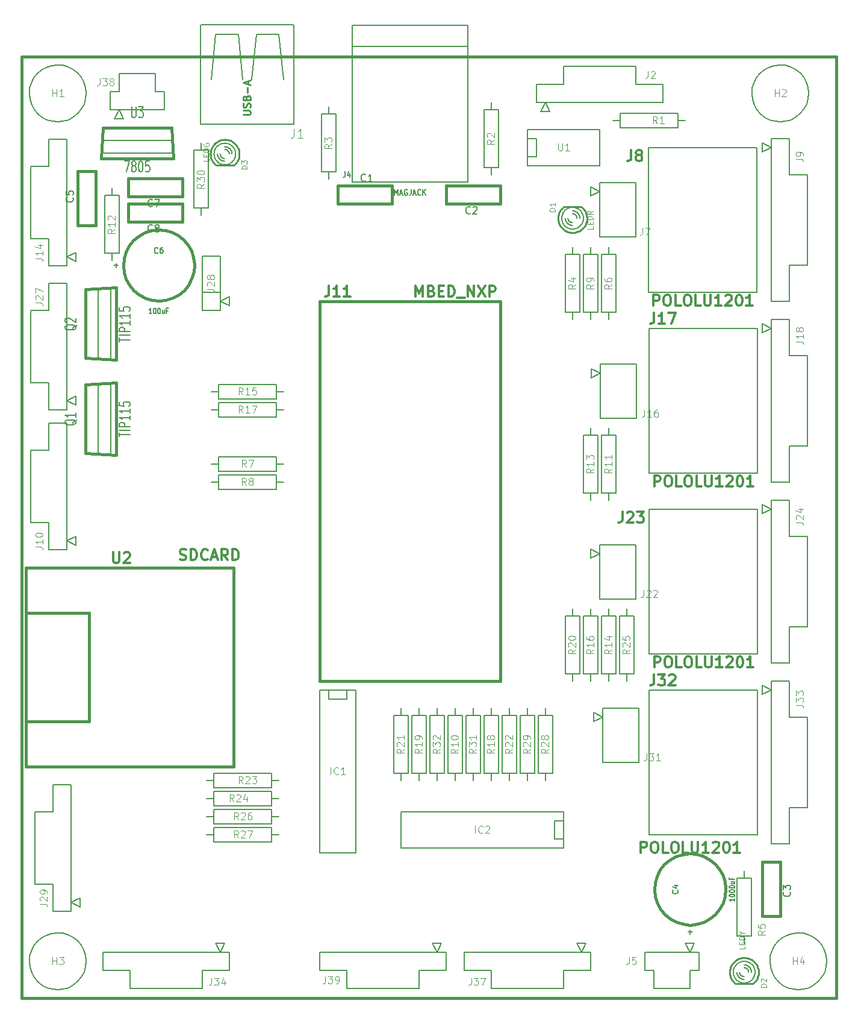
<source format=gto>
G04 (created by PCBNEW-RS274X (2011-07-14 BZR 3049)-stable) date Fri 15 Jul 2011 10:43:33 AM CEST*
G01*
G70*
G90*
%MOIN*%
G04 Gerber Fmt 3.4, Leading zero omitted, Abs format*
%FSLAX34Y34*%
G04 APERTURE LIST*
%ADD10C,0.006000*%
%ADD11C,0.015000*%
%ADD12C,0.005000*%
%ADD13C,0.007000*%
%ADD14C,0.010000*%
%ADD15C,0.007500*%
%ADD16C,0.012000*%
%ADD17C,0.003900*%
%ADD18C,0.003500*%
%ADD19C,0.008000*%
G04 APERTURE END LIST*
G54D10*
G54D11*
X12008Y-66043D02*
X12008Y-13976D01*
X57087Y-66043D02*
X12008Y-66043D01*
X57087Y-13976D02*
X57087Y-66043D01*
X56988Y-13976D02*
X57087Y-13976D01*
X12008Y-13976D02*
X56988Y-13976D01*
G54D12*
X46750Y-29000D02*
X52750Y-29000D01*
X52750Y-29000D02*
X52750Y-37000D01*
X52750Y-37000D02*
X46750Y-37000D01*
X46750Y-37000D02*
X46750Y-29000D01*
X46750Y-39000D02*
X52750Y-39000D01*
X52750Y-39000D02*
X52750Y-47000D01*
X52750Y-47000D02*
X46750Y-47000D01*
X46750Y-47000D02*
X46750Y-39000D01*
X46000Y-15500D02*
X47500Y-15500D01*
X40500Y-15500D02*
X42000Y-15500D01*
X46000Y-15500D02*
X46000Y-14500D01*
X46000Y-14500D02*
X42000Y-14500D01*
X42000Y-14500D02*
X42000Y-15500D01*
X40500Y-16500D02*
X47500Y-16500D01*
X47500Y-15500D02*
X47500Y-16500D01*
X40500Y-15500D02*
X40500Y-16500D01*
G54D10*
X41000Y-16500D02*
X40750Y-17000D01*
X40750Y-17000D02*
X41250Y-17000D01*
X41250Y-17000D02*
X41000Y-16500D01*
G54D12*
X13500Y-20050D02*
X13500Y-18550D01*
X13500Y-25550D02*
X13500Y-24050D01*
X13500Y-20050D02*
X12500Y-20050D01*
X12500Y-20050D02*
X12500Y-24050D01*
X12500Y-24050D02*
X13500Y-24050D01*
X14500Y-25550D02*
X14500Y-18550D01*
X13500Y-18550D02*
X14500Y-18550D01*
X13500Y-25550D02*
X14500Y-25550D01*
G54D10*
X14500Y-25050D02*
X15000Y-25300D01*
X15000Y-25300D02*
X15000Y-24800D01*
X15000Y-24800D02*
X14500Y-25050D01*
X42000Y-57250D02*
X42000Y-57250D01*
X42000Y-57250D02*
X41500Y-57250D01*
X41500Y-57250D02*
X41500Y-56250D01*
X41500Y-56250D02*
X42000Y-56250D01*
X42000Y-57750D02*
X33000Y-57750D01*
X33000Y-57750D02*
X33000Y-55750D01*
X33000Y-55750D02*
X42000Y-55750D01*
X42000Y-55750D02*
X42000Y-57750D01*
X30000Y-49000D02*
X30000Y-49000D01*
X30000Y-49000D02*
X30000Y-49500D01*
X30000Y-49500D02*
X29000Y-49500D01*
X29000Y-49500D02*
X29000Y-49000D01*
X30500Y-49000D02*
X30500Y-58000D01*
X30500Y-58000D02*
X28500Y-58000D01*
X28500Y-58000D02*
X28500Y-49000D01*
X28500Y-49000D02*
X30500Y-49000D01*
X40000Y-18500D02*
X40500Y-18500D01*
X40500Y-18500D02*
X40500Y-19500D01*
X40500Y-19500D02*
X40000Y-19500D01*
X40000Y-18000D02*
X44000Y-18000D01*
X44000Y-18000D02*
X44000Y-20000D01*
X44000Y-20000D02*
X40000Y-20000D01*
X40000Y-20000D02*
X40000Y-18000D01*
G54D12*
X27085Y-17705D02*
X27085Y-12200D01*
X21915Y-17705D02*
X21915Y-12200D01*
X27050Y-12200D02*
X21950Y-12200D01*
X27060Y-17710D02*
X21940Y-17710D01*
X22500Y-15250D02*
X22750Y-12750D01*
X22750Y-12750D02*
X24000Y-12750D01*
X24000Y-12750D02*
X24250Y-15250D01*
X26500Y-15250D02*
X26250Y-12750D01*
X26250Y-12750D02*
X25000Y-12750D01*
X25000Y-12750D02*
X24750Y-15250D01*
X49500Y-63500D02*
X46500Y-63500D01*
X46500Y-63500D02*
X46500Y-64500D01*
X46500Y-64500D02*
X47000Y-64500D01*
X47000Y-64500D02*
X47000Y-65500D01*
X47000Y-65500D02*
X49000Y-65500D01*
X49000Y-65500D02*
X49000Y-64500D01*
X49000Y-64500D02*
X49500Y-64500D01*
X49500Y-64500D02*
X49500Y-63500D01*
G54D10*
X49000Y-63500D02*
X49250Y-63000D01*
X49250Y-63000D02*
X48750Y-63000D01*
X48750Y-63000D02*
X49000Y-63500D01*
G54D12*
X16900Y-16900D02*
X19900Y-16900D01*
X19900Y-16900D02*
X19900Y-15900D01*
X19900Y-15900D02*
X19400Y-15900D01*
X19400Y-15900D02*
X19400Y-14900D01*
X19400Y-14900D02*
X17400Y-14900D01*
X17400Y-14900D02*
X17400Y-15900D01*
X17400Y-15900D02*
X16900Y-15900D01*
X16900Y-15900D02*
X16900Y-16900D01*
G54D10*
X17400Y-16900D02*
X17150Y-17400D01*
X17150Y-17400D02*
X17650Y-17400D01*
X17650Y-17400D02*
X17400Y-16900D01*
G54D12*
X13500Y-28000D02*
X13500Y-26500D01*
X13500Y-33500D02*
X13500Y-32000D01*
X13500Y-28000D02*
X12500Y-28000D01*
X12500Y-28000D02*
X12500Y-32000D01*
X12500Y-32000D02*
X13500Y-32000D01*
X14500Y-33500D02*
X14500Y-26500D01*
X13500Y-26500D02*
X14500Y-26500D01*
X13500Y-33500D02*
X14500Y-33500D01*
G54D10*
X14500Y-33000D02*
X15000Y-33250D01*
X15000Y-33250D02*
X15000Y-32750D01*
X15000Y-32750D02*
X14500Y-33000D01*
G54D12*
X13750Y-55750D02*
X13750Y-54250D01*
X13750Y-61250D02*
X13750Y-59750D01*
X13750Y-55750D02*
X12750Y-55750D01*
X12750Y-55750D02*
X12750Y-59750D01*
X12750Y-59750D02*
X13750Y-59750D01*
X14750Y-61250D02*
X14750Y-54250D01*
X13750Y-54250D02*
X14750Y-54250D01*
X13750Y-61250D02*
X14750Y-61250D01*
G54D10*
X14750Y-60750D02*
X15250Y-61000D01*
X15250Y-61000D02*
X15250Y-60500D01*
X15250Y-60500D02*
X14750Y-60750D01*
G54D12*
X18000Y-64500D02*
X16500Y-64500D01*
X23500Y-64500D02*
X22000Y-64500D01*
X18000Y-64500D02*
X18000Y-65500D01*
X18000Y-65500D02*
X22000Y-65500D01*
X22000Y-65500D02*
X22000Y-64500D01*
X23500Y-63500D02*
X16500Y-63500D01*
X16500Y-64500D02*
X16500Y-63500D01*
X23500Y-64500D02*
X23500Y-63500D01*
G54D10*
X23000Y-63500D02*
X23250Y-63000D01*
X23250Y-63000D02*
X22750Y-63000D01*
X22750Y-63000D02*
X23000Y-63500D01*
G54D12*
X38000Y-64500D02*
X36500Y-64500D01*
X43500Y-64500D02*
X42000Y-64500D01*
X38000Y-64500D02*
X38000Y-65500D01*
X38000Y-65500D02*
X42000Y-65500D01*
X42000Y-65500D02*
X42000Y-64500D01*
X43500Y-63500D02*
X36500Y-63500D01*
X36500Y-64500D02*
X36500Y-63500D01*
X43500Y-64500D02*
X43500Y-63500D01*
G54D10*
X43000Y-63500D02*
X43250Y-63000D01*
X43250Y-63000D02*
X42750Y-63000D01*
X42750Y-63000D02*
X43000Y-63500D01*
G54D12*
X13500Y-35750D02*
X13500Y-34250D01*
X13500Y-41250D02*
X13500Y-39750D01*
X13500Y-35750D02*
X12500Y-35750D01*
X12500Y-35750D02*
X12500Y-39750D01*
X12500Y-39750D02*
X13500Y-39750D01*
X14500Y-41250D02*
X14500Y-34250D01*
X13500Y-34250D02*
X14500Y-34250D01*
X13500Y-41250D02*
X14500Y-41250D01*
G54D10*
X14500Y-40750D02*
X15000Y-41000D01*
X15000Y-41000D02*
X15000Y-40500D01*
X15000Y-40500D02*
X14500Y-40750D01*
G54D12*
X30000Y-64500D02*
X28500Y-64500D01*
X35500Y-64500D02*
X34000Y-64500D01*
X30000Y-64500D02*
X30000Y-65500D01*
X30000Y-65500D02*
X34000Y-65500D01*
X34000Y-65500D02*
X34000Y-64500D01*
X35500Y-63500D02*
X28500Y-63500D01*
X28500Y-64500D02*
X28500Y-63500D01*
X35500Y-64500D02*
X35500Y-63500D01*
G54D10*
X35000Y-63500D02*
X35250Y-63000D01*
X35250Y-63000D02*
X34750Y-63000D01*
X34750Y-63000D02*
X35000Y-63500D01*
G54D12*
X54500Y-57500D02*
X54500Y-55500D01*
X54500Y-55500D02*
X55500Y-55500D01*
X55500Y-55500D02*
X55500Y-50500D01*
X55500Y-50500D02*
X54500Y-50500D01*
X54500Y-50500D02*
X54500Y-48500D01*
X53500Y-55500D02*
X53500Y-57500D01*
X53500Y-48500D02*
X53500Y-55500D01*
X54500Y-57500D02*
X53500Y-57500D01*
X54500Y-48500D02*
X53500Y-48500D01*
G54D10*
X53500Y-49000D02*
X53000Y-48750D01*
X53000Y-48750D02*
X53000Y-49250D01*
X53000Y-49250D02*
X53500Y-49000D01*
G54D12*
X54500Y-47500D02*
X54500Y-45500D01*
X54500Y-45500D02*
X55500Y-45500D01*
X55500Y-45500D02*
X55500Y-40500D01*
X55500Y-40500D02*
X54500Y-40500D01*
X54500Y-40500D02*
X54500Y-38500D01*
X53500Y-45500D02*
X53500Y-47500D01*
X53500Y-38500D02*
X53500Y-45500D01*
X54500Y-47500D02*
X53500Y-47500D01*
X54500Y-38500D02*
X53500Y-38500D01*
G54D10*
X53500Y-39000D02*
X53000Y-38750D01*
X53000Y-38750D02*
X53000Y-39250D01*
X53000Y-39250D02*
X53500Y-39000D01*
G54D12*
X54500Y-27500D02*
X54500Y-25500D01*
X54500Y-25500D02*
X55500Y-25500D01*
X55500Y-25500D02*
X55500Y-20500D01*
X55500Y-20500D02*
X54500Y-20500D01*
X54500Y-20500D02*
X54500Y-18500D01*
X53500Y-25500D02*
X53500Y-27500D01*
X53500Y-18500D02*
X53500Y-25500D01*
X54500Y-27500D02*
X53500Y-27500D01*
X54500Y-18500D02*
X53500Y-18500D01*
G54D10*
X53500Y-19000D02*
X53000Y-18750D01*
X53000Y-18750D02*
X53000Y-19250D01*
X53000Y-19250D02*
X53500Y-19000D01*
G54D12*
X54500Y-37500D02*
X54500Y-35500D01*
X54500Y-35500D02*
X55500Y-35500D01*
X55500Y-35500D02*
X55500Y-30500D01*
X55500Y-30500D02*
X54500Y-30500D01*
X54500Y-30500D02*
X54500Y-28500D01*
X53500Y-35500D02*
X53500Y-37500D01*
X53500Y-28500D02*
X53500Y-35500D01*
X54500Y-37500D02*
X53500Y-37500D01*
X54500Y-28500D02*
X53500Y-28500D01*
G54D10*
X53500Y-29000D02*
X53000Y-28750D01*
X53000Y-28750D02*
X53000Y-29250D01*
X53000Y-29250D02*
X53500Y-29000D01*
X15575Y-16000D02*
X15545Y-16305D01*
X15456Y-16600D01*
X15311Y-16871D01*
X15117Y-17109D01*
X14880Y-17305D01*
X14610Y-17451D01*
X14316Y-17542D01*
X14010Y-17574D01*
X13705Y-17547D01*
X13410Y-17460D01*
X13138Y-17317D01*
X12899Y-17125D01*
X12701Y-16889D01*
X12553Y-16620D01*
X12460Y-16327D01*
X12426Y-16021D01*
X12451Y-15716D01*
X12536Y-15421D01*
X12677Y-15147D01*
X12868Y-14906D01*
X13102Y-14707D01*
X13370Y-14557D01*
X13662Y-14462D01*
X13968Y-14426D01*
X14273Y-14449D01*
X14569Y-14532D01*
X14843Y-14671D01*
X15086Y-14860D01*
X15287Y-15093D01*
X15438Y-15360D01*
X15535Y-15652D01*
X15574Y-15957D01*
X15575Y-16000D01*
X55575Y-16000D02*
X55545Y-16305D01*
X55456Y-16600D01*
X55311Y-16871D01*
X55117Y-17109D01*
X54880Y-17305D01*
X54610Y-17451D01*
X54316Y-17542D01*
X54010Y-17574D01*
X53705Y-17547D01*
X53410Y-17460D01*
X53138Y-17317D01*
X52899Y-17125D01*
X52701Y-16889D01*
X52553Y-16620D01*
X52460Y-16327D01*
X52426Y-16021D01*
X52451Y-15716D01*
X52536Y-15421D01*
X52677Y-15147D01*
X52868Y-14906D01*
X53102Y-14707D01*
X53370Y-14557D01*
X53662Y-14462D01*
X53968Y-14426D01*
X54273Y-14449D01*
X54569Y-14532D01*
X54843Y-14671D01*
X55086Y-14860D01*
X55287Y-15093D01*
X55438Y-15360D01*
X55535Y-15652D01*
X55574Y-15957D01*
X55575Y-16000D01*
X15575Y-64000D02*
X15545Y-64305D01*
X15456Y-64600D01*
X15311Y-64871D01*
X15117Y-65109D01*
X14880Y-65305D01*
X14610Y-65451D01*
X14316Y-65542D01*
X14010Y-65574D01*
X13705Y-65547D01*
X13410Y-65460D01*
X13138Y-65317D01*
X12899Y-65125D01*
X12701Y-64889D01*
X12553Y-64620D01*
X12460Y-64327D01*
X12426Y-64021D01*
X12451Y-63716D01*
X12536Y-63421D01*
X12677Y-63147D01*
X12868Y-62906D01*
X13102Y-62707D01*
X13370Y-62557D01*
X13662Y-62462D01*
X13968Y-62426D01*
X14273Y-62449D01*
X14569Y-62532D01*
X14843Y-62671D01*
X15086Y-62860D01*
X15287Y-63093D01*
X15438Y-63360D01*
X15535Y-63652D01*
X15574Y-63957D01*
X15575Y-64000D01*
X56575Y-64000D02*
X56545Y-64305D01*
X56456Y-64600D01*
X56311Y-64871D01*
X56117Y-65109D01*
X55880Y-65305D01*
X55610Y-65451D01*
X55316Y-65542D01*
X55010Y-65574D01*
X54705Y-65547D01*
X54410Y-65460D01*
X54138Y-65317D01*
X53899Y-65125D01*
X53701Y-64889D01*
X53553Y-64620D01*
X53460Y-64327D01*
X53426Y-64021D01*
X53451Y-63716D01*
X53536Y-63421D01*
X53677Y-63147D01*
X53868Y-62906D01*
X54102Y-62707D01*
X54370Y-62557D01*
X54662Y-62462D01*
X54968Y-62426D01*
X55273Y-62449D01*
X55569Y-62532D01*
X55843Y-62671D01*
X56086Y-62860D01*
X56287Y-63093D01*
X56438Y-63360D01*
X56535Y-63652D01*
X56574Y-63957D01*
X56575Y-64000D01*
G54D11*
X28500Y-48500D02*
X38500Y-48500D01*
X28500Y-27500D02*
X38500Y-27500D01*
X38500Y-27500D02*
X38500Y-48500D01*
X28500Y-48500D02*
X28500Y-27500D01*
G54D10*
X46160Y-50000D02*
X44160Y-50000D01*
X44160Y-50000D02*
X44160Y-53000D01*
X44160Y-53000D02*
X46160Y-53000D01*
X46160Y-53000D02*
X46160Y-50000D01*
X44160Y-50500D02*
X43660Y-50250D01*
X43660Y-50250D02*
X43660Y-50750D01*
X43660Y-50750D02*
X44160Y-50500D01*
X46000Y-20920D02*
X44000Y-20920D01*
X44000Y-20920D02*
X44000Y-23920D01*
X44000Y-23920D02*
X46000Y-23920D01*
X46000Y-23920D02*
X46000Y-20920D01*
X44000Y-21420D02*
X43500Y-21170D01*
X43500Y-21170D02*
X43500Y-21670D01*
X43500Y-21670D02*
X44000Y-21420D01*
X46000Y-40960D02*
X44000Y-40960D01*
X44000Y-40960D02*
X44000Y-43960D01*
X44000Y-43960D02*
X46000Y-43960D01*
X46000Y-43960D02*
X46000Y-40960D01*
X44000Y-41460D02*
X43500Y-41210D01*
X43500Y-41210D02*
X43500Y-41710D01*
X43500Y-41710D02*
X44000Y-41460D01*
X46040Y-30980D02*
X44040Y-30980D01*
X44040Y-30980D02*
X44040Y-33980D01*
X44040Y-33980D02*
X46040Y-33980D01*
X46040Y-33980D02*
X46040Y-30980D01*
X44040Y-31480D02*
X43540Y-31230D01*
X43540Y-31230D02*
X43540Y-31730D01*
X43540Y-31730D02*
X44040Y-31480D01*
G54D12*
X46700Y-19000D02*
X52700Y-19000D01*
X52700Y-19000D02*
X52700Y-27000D01*
X52700Y-27000D02*
X46700Y-27000D01*
X46700Y-27000D02*
X46700Y-19000D01*
X46750Y-49000D02*
X52750Y-49000D01*
X52750Y-49000D02*
X52750Y-57000D01*
X52750Y-57000D02*
X46750Y-57000D01*
X46750Y-57000D02*
X46750Y-49000D01*
G54D10*
X26250Y-57000D02*
X25850Y-57000D01*
X25850Y-57000D02*
X25850Y-57400D01*
X25850Y-57400D02*
X22650Y-57400D01*
X22650Y-57400D02*
X22650Y-56600D01*
X22650Y-56600D02*
X25850Y-56600D01*
X25850Y-56600D02*
X25850Y-57000D01*
X22250Y-57000D02*
X22650Y-57000D01*
X41000Y-54000D02*
X41000Y-53600D01*
X41000Y-53600D02*
X40600Y-53600D01*
X40600Y-53600D02*
X40600Y-50400D01*
X40600Y-50400D02*
X41400Y-50400D01*
X41400Y-50400D02*
X41400Y-53600D01*
X41400Y-53600D02*
X41000Y-53600D01*
X41000Y-50000D02*
X41000Y-50400D01*
X40000Y-54000D02*
X40000Y-53600D01*
X40000Y-53600D02*
X39600Y-53600D01*
X39600Y-53600D02*
X39600Y-50400D01*
X39600Y-50400D02*
X40400Y-50400D01*
X40400Y-50400D02*
X40400Y-53600D01*
X40400Y-53600D02*
X40000Y-53600D01*
X40000Y-50000D02*
X40000Y-50400D01*
X21950Y-22750D02*
X21950Y-22350D01*
X21950Y-22350D02*
X21550Y-22350D01*
X21550Y-22350D02*
X21550Y-19150D01*
X21550Y-19150D02*
X22350Y-19150D01*
X22350Y-19150D02*
X22350Y-22350D01*
X22350Y-22350D02*
X21950Y-22350D01*
X21950Y-18750D02*
X21950Y-19150D01*
X26250Y-56000D02*
X25850Y-56000D01*
X25850Y-56000D02*
X25850Y-56400D01*
X25850Y-56400D02*
X22650Y-56400D01*
X22650Y-56400D02*
X22650Y-55600D01*
X22650Y-55600D02*
X25850Y-55600D01*
X25850Y-55600D02*
X25850Y-56000D01*
X22250Y-56000D02*
X22650Y-56000D01*
X37000Y-54000D02*
X37000Y-53600D01*
X37000Y-53600D02*
X36600Y-53600D01*
X36600Y-53600D02*
X36600Y-50400D01*
X36600Y-50400D02*
X37400Y-50400D01*
X37400Y-50400D02*
X37400Y-53600D01*
X37400Y-53600D02*
X37000Y-53600D01*
X37000Y-50000D02*
X37000Y-50400D01*
X45500Y-44500D02*
X45500Y-44900D01*
X45500Y-44900D02*
X45900Y-44900D01*
X45900Y-44900D02*
X45900Y-48100D01*
X45900Y-48100D02*
X45100Y-48100D01*
X45100Y-48100D02*
X45100Y-44900D01*
X45100Y-44900D02*
X45500Y-44900D01*
X45500Y-48500D02*
X45500Y-48100D01*
X35000Y-54000D02*
X35000Y-53600D01*
X35000Y-53600D02*
X34600Y-53600D01*
X34600Y-53600D02*
X34600Y-50400D01*
X34600Y-50400D02*
X35400Y-50400D01*
X35400Y-50400D02*
X35400Y-53600D01*
X35400Y-53600D02*
X35000Y-53600D01*
X35000Y-50000D02*
X35000Y-50400D01*
X33000Y-54000D02*
X33000Y-53600D01*
X33000Y-53600D02*
X32600Y-53600D01*
X32600Y-53600D02*
X32600Y-50400D01*
X32600Y-50400D02*
X33400Y-50400D01*
X33400Y-50400D02*
X33400Y-53600D01*
X33400Y-53600D02*
X33000Y-53600D01*
X33000Y-50000D02*
X33000Y-50400D01*
X42500Y-48500D02*
X42500Y-48100D01*
X42500Y-48100D02*
X42100Y-48100D01*
X42100Y-48100D02*
X42100Y-44900D01*
X42100Y-44900D02*
X42900Y-44900D01*
X42900Y-44900D02*
X42900Y-48100D01*
X42900Y-48100D02*
X42500Y-48100D01*
X42500Y-44500D02*
X42500Y-44900D01*
X34000Y-54000D02*
X34000Y-53600D01*
X34000Y-53600D02*
X33600Y-53600D01*
X33600Y-53600D02*
X33600Y-50400D01*
X33600Y-50400D02*
X34400Y-50400D01*
X34400Y-50400D02*
X34400Y-53600D01*
X34400Y-53600D02*
X34000Y-53600D01*
X34000Y-50000D02*
X34000Y-50400D01*
X38000Y-54000D02*
X38000Y-53600D01*
X38000Y-53600D02*
X37600Y-53600D01*
X37600Y-53600D02*
X37600Y-50400D01*
X37600Y-50400D02*
X38400Y-50400D01*
X38400Y-50400D02*
X38400Y-53600D01*
X38400Y-53600D02*
X38000Y-53600D01*
X38000Y-50000D02*
X38000Y-50400D01*
X26500Y-33500D02*
X26100Y-33500D01*
X26100Y-33500D02*
X26100Y-33900D01*
X26100Y-33900D02*
X22900Y-33900D01*
X22900Y-33900D02*
X22900Y-33100D01*
X22900Y-33100D02*
X26100Y-33100D01*
X26100Y-33100D02*
X26100Y-33500D01*
X22500Y-33500D02*
X22900Y-33500D01*
X43500Y-48500D02*
X43500Y-48100D01*
X43500Y-48100D02*
X43100Y-48100D01*
X43100Y-48100D02*
X43100Y-44900D01*
X43100Y-44900D02*
X43900Y-44900D01*
X43900Y-44900D02*
X43900Y-48100D01*
X43900Y-48100D02*
X43500Y-48100D01*
X43500Y-44500D02*
X43500Y-44900D01*
X26500Y-32500D02*
X26100Y-32500D01*
X26100Y-32500D02*
X26100Y-32900D01*
X26100Y-32900D02*
X22900Y-32900D01*
X22900Y-32900D02*
X22900Y-32100D01*
X22900Y-32100D02*
X26100Y-32100D01*
X26100Y-32100D02*
X26100Y-32500D01*
X22500Y-32500D02*
X22900Y-32500D01*
X44500Y-44500D02*
X44500Y-44900D01*
X44500Y-44900D02*
X44900Y-44900D01*
X44900Y-44900D02*
X44900Y-48100D01*
X44900Y-48100D02*
X44100Y-48100D01*
X44100Y-48100D02*
X44100Y-44900D01*
X44100Y-44900D02*
X44500Y-44900D01*
X44500Y-48500D02*
X44500Y-48100D01*
X43500Y-38500D02*
X43500Y-38100D01*
X43500Y-38100D02*
X43100Y-38100D01*
X43100Y-38100D02*
X43100Y-34900D01*
X43100Y-34900D02*
X43900Y-34900D01*
X43900Y-34900D02*
X43900Y-38100D01*
X43900Y-38100D02*
X43500Y-38100D01*
X43500Y-34500D02*
X43500Y-34900D01*
X17000Y-25250D02*
X17000Y-24850D01*
X17000Y-24850D02*
X16600Y-24850D01*
X16600Y-24850D02*
X16600Y-21650D01*
X16600Y-21650D02*
X17400Y-21650D01*
X17400Y-21650D02*
X17400Y-24850D01*
X17400Y-24850D02*
X17000Y-24850D01*
X17000Y-21250D02*
X17000Y-21650D01*
X44500Y-34500D02*
X44500Y-34900D01*
X44500Y-34900D02*
X44900Y-34900D01*
X44900Y-34900D02*
X44900Y-38100D01*
X44900Y-38100D02*
X44100Y-38100D01*
X44100Y-38100D02*
X44100Y-34900D01*
X44100Y-34900D02*
X44500Y-34900D01*
X44500Y-38500D02*
X44500Y-38100D01*
X36000Y-50000D02*
X36000Y-50400D01*
X36000Y-50400D02*
X36400Y-50400D01*
X36400Y-50400D02*
X36400Y-53600D01*
X36400Y-53600D02*
X35600Y-53600D01*
X35600Y-53600D02*
X35600Y-50400D01*
X35600Y-50400D02*
X36000Y-50400D01*
X36000Y-54000D02*
X36000Y-53600D01*
X43500Y-28500D02*
X43500Y-28100D01*
X43500Y-28100D02*
X43100Y-28100D01*
X43100Y-28100D02*
X43100Y-24900D01*
X43100Y-24900D02*
X43900Y-24900D01*
X43900Y-24900D02*
X43900Y-28100D01*
X43900Y-28100D02*
X43500Y-28100D01*
X43500Y-24500D02*
X43500Y-24900D01*
X26500Y-37500D02*
X26100Y-37500D01*
X26100Y-37500D02*
X26100Y-37900D01*
X26100Y-37900D02*
X22900Y-37900D01*
X22900Y-37900D02*
X22900Y-37100D01*
X22900Y-37100D02*
X26100Y-37100D01*
X26100Y-37100D02*
X26100Y-37500D01*
X22500Y-37500D02*
X22900Y-37500D01*
X26500Y-36500D02*
X26100Y-36500D01*
X26100Y-36500D02*
X26100Y-36900D01*
X26100Y-36900D02*
X22900Y-36900D01*
X22900Y-36900D02*
X22900Y-36100D01*
X22900Y-36100D02*
X26100Y-36100D01*
X26100Y-36100D02*
X26100Y-36500D01*
X22500Y-36500D02*
X22900Y-36500D01*
X44500Y-24500D02*
X44500Y-24900D01*
X44500Y-24900D02*
X44900Y-24900D01*
X44900Y-24900D02*
X44900Y-28100D01*
X44900Y-28100D02*
X44100Y-28100D01*
X44100Y-28100D02*
X44100Y-24900D01*
X44100Y-24900D02*
X44500Y-24900D01*
X44500Y-28500D02*
X44500Y-28100D01*
X52000Y-63000D02*
X52000Y-62600D01*
X52000Y-62600D02*
X51600Y-62600D01*
X51600Y-62600D02*
X51600Y-59400D01*
X51600Y-59400D02*
X52400Y-59400D01*
X52400Y-59400D02*
X52400Y-62600D01*
X52400Y-62600D02*
X52000Y-62600D01*
X52000Y-59000D02*
X52000Y-59400D01*
X42500Y-24500D02*
X42500Y-24900D01*
X42500Y-24900D02*
X42900Y-24900D01*
X42900Y-24900D02*
X42900Y-28100D01*
X42900Y-28100D02*
X42100Y-28100D01*
X42100Y-28100D02*
X42100Y-24900D01*
X42100Y-24900D02*
X42500Y-24900D01*
X42500Y-28500D02*
X42500Y-28100D01*
X29000Y-20750D02*
X29000Y-20350D01*
X29000Y-20350D02*
X28600Y-20350D01*
X28600Y-20350D02*
X28600Y-17150D01*
X28600Y-17150D02*
X29400Y-17150D01*
X29400Y-17150D02*
X29400Y-20350D01*
X29400Y-20350D02*
X29000Y-20350D01*
X29000Y-16750D02*
X29000Y-17150D01*
X38000Y-20500D02*
X38000Y-20100D01*
X38000Y-20100D02*
X37600Y-20100D01*
X37600Y-20100D02*
X37600Y-16900D01*
X37600Y-16900D02*
X38400Y-16900D01*
X38400Y-16900D02*
X38400Y-20100D01*
X38400Y-20100D02*
X38000Y-20100D01*
X38000Y-16500D02*
X38000Y-16900D01*
X48750Y-17500D02*
X48350Y-17500D01*
X48350Y-17500D02*
X48350Y-17900D01*
X48350Y-17900D02*
X45150Y-17900D01*
X45150Y-17900D02*
X45150Y-17100D01*
X45150Y-17100D02*
X48350Y-17100D01*
X48350Y-17100D02*
X48350Y-17500D01*
X44750Y-17500D02*
X45150Y-17500D01*
X39000Y-54000D02*
X39000Y-53600D01*
X39000Y-53600D02*
X38600Y-53600D01*
X38600Y-53600D02*
X38600Y-50400D01*
X38600Y-50400D02*
X39400Y-50400D01*
X39400Y-50400D02*
X39400Y-53600D01*
X39400Y-53600D02*
X39000Y-53600D01*
X39000Y-50000D02*
X39000Y-50400D01*
X26250Y-54000D02*
X25850Y-54000D01*
X25850Y-54000D02*
X25850Y-54400D01*
X25850Y-54400D02*
X22650Y-54400D01*
X22650Y-54400D02*
X22650Y-53600D01*
X22650Y-53600D02*
X25850Y-53600D01*
X25850Y-53600D02*
X25850Y-54000D01*
X22250Y-54000D02*
X22650Y-54000D01*
X26250Y-55000D02*
X25850Y-55000D01*
X25850Y-55000D02*
X25850Y-55400D01*
X25850Y-55400D02*
X22650Y-55400D01*
X22650Y-55400D02*
X22650Y-54600D01*
X22650Y-54600D02*
X25850Y-54600D01*
X25850Y-54600D02*
X25850Y-55000D01*
X22250Y-55000D02*
X22650Y-55000D01*
X23000Y-27500D02*
X23500Y-27750D01*
X23500Y-27750D02*
X23500Y-27250D01*
X23500Y-27250D02*
X23000Y-27500D01*
X23000Y-28000D02*
X22000Y-28000D01*
X22000Y-28000D02*
X22000Y-25000D01*
X22000Y-25000D02*
X23000Y-25000D01*
X23000Y-25000D02*
X23000Y-28000D01*
X22000Y-27000D02*
X23000Y-27000D01*
G54D13*
X30300Y-13400D02*
X36700Y-13400D01*
X36700Y-20900D02*
X36700Y-12250D01*
X30300Y-20900D02*
X30300Y-12250D01*
X30300Y-20900D02*
X36700Y-20900D01*
X36700Y-12250D02*
X30300Y-12250D01*
G54D11*
X54000Y-61500D02*
X54000Y-58500D01*
X54000Y-58500D02*
X53000Y-58500D01*
X54000Y-61500D02*
X53000Y-61500D01*
X53000Y-58500D02*
X53000Y-61500D01*
X15100Y-20300D02*
X15100Y-23300D01*
X15100Y-23300D02*
X16100Y-23300D01*
X15100Y-20300D02*
X16100Y-20300D01*
X16100Y-23300D02*
X16100Y-20300D01*
X35500Y-22100D02*
X38500Y-22100D01*
X38500Y-22100D02*
X38500Y-21100D01*
X35500Y-22100D02*
X35500Y-21100D01*
X38500Y-21100D02*
X35500Y-21100D01*
X32500Y-21100D02*
X29500Y-21100D01*
X29500Y-21100D02*
X29500Y-22100D01*
X32500Y-21100D02*
X32500Y-22100D01*
X29500Y-22100D02*
X32500Y-22100D01*
X17900Y-21700D02*
X20900Y-21700D01*
X20900Y-21700D02*
X20900Y-20700D01*
X17900Y-21700D02*
X17900Y-20700D01*
X20900Y-20700D02*
X17900Y-20700D01*
X17900Y-23100D02*
X20900Y-23100D01*
X20900Y-23100D02*
X20900Y-22100D01*
X17900Y-23100D02*
X17900Y-22100D01*
X20900Y-22100D02*
X17900Y-22100D01*
G54D14*
X43000Y-22280D02*
X42000Y-22280D01*
G54D10*
X42116Y-23360D02*
X42158Y-23392D01*
X42202Y-23420D01*
X42249Y-23444D01*
X42297Y-23464D01*
X42347Y-23480D01*
X42398Y-23491D01*
X42450Y-23497D01*
X42500Y-23500D01*
X42500Y-23499D02*
X42552Y-23496D01*
X42604Y-23489D01*
X42655Y-23478D01*
X42704Y-23462D01*
X42753Y-23442D01*
X42799Y-23418D01*
X42843Y-23390D01*
X42885Y-23358D01*
X42897Y-23347D01*
X42500Y-22301D02*
X42448Y-22304D01*
X42396Y-22311D01*
X42345Y-22322D01*
X42296Y-22338D01*
X42247Y-22358D01*
X42201Y-22382D01*
X42157Y-22410D01*
X42115Y-22442D01*
X42111Y-22446D01*
X42884Y-22440D02*
X42842Y-22408D01*
X42798Y-22380D01*
X42751Y-22356D01*
X42703Y-22336D01*
X42653Y-22320D01*
X42602Y-22309D01*
X42550Y-22303D01*
X42500Y-22300D01*
X42151Y-22413D02*
X42110Y-22445D01*
X42072Y-22481D01*
X42037Y-22520D01*
X42005Y-22562D01*
X41978Y-22606D01*
X41954Y-22653D01*
X41935Y-22701D01*
X41919Y-22751D01*
X41909Y-22803D01*
X41902Y-22854D01*
X41900Y-22900D01*
X41900Y-22900D02*
X41903Y-22952D01*
X41910Y-23004D01*
X41921Y-23055D01*
X41937Y-23105D01*
X41957Y-23153D01*
X41981Y-23199D01*
X42009Y-23244D01*
X42041Y-23285D01*
X42076Y-23324D01*
X42115Y-23359D01*
X42140Y-23379D01*
X43099Y-22900D02*
X43096Y-22848D01*
X43089Y-22796D01*
X43078Y-22745D01*
X43062Y-22696D01*
X43042Y-22647D01*
X43018Y-22601D01*
X42990Y-22557D01*
X42958Y-22515D01*
X42923Y-22477D01*
X42885Y-22442D01*
X42867Y-22428D01*
X42868Y-23373D02*
X42908Y-23339D01*
X42945Y-23302D01*
X42978Y-23261D01*
X43008Y-23218D01*
X43034Y-23173D01*
X43055Y-23125D01*
X43073Y-23076D01*
X43086Y-23025D01*
X43095Y-22974D01*
X43099Y-22921D01*
X43100Y-22900D01*
X42250Y-22900D02*
X42251Y-22921D01*
X42254Y-22943D01*
X42259Y-22964D01*
X42266Y-22985D01*
X42274Y-23005D01*
X42284Y-23024D01*
X42296Y-23043D01*
X42309Y-23060D01*
X42324Y-23076D01*
X42340Y-23091D01*
X42357Y-23104D01*
X42376Y-23116D01*
X42395Y-23126D01*
X42415Y-23134D01*
X42436Y-23141D01*
X42457Y-23146D01*
X42479Y-23149D01*
X42500Y-23150D01*
X42100Y-22900D02*
X42102Y-22934D01*
X42107Y-22969D01*
X42114Y-23003D01*
X42125Y-23036D01*
X42138Y-23069D01*
X42154Y-23099D01*
X42173Y-23129D01*
X42194Y-23157D01*
X42218Y-23182D01*
X42243Y-23206D01*
X42271Y-23227D01*
X42301Y-23246D01*
X42331Y-23262D01*
X42364Y-23275D01*
X42397Y-23286D01*
X42431Y-23293D01*
X42466Y-23298D01*
X42500Y-23300D01*
X42750Y-22900D02*
X42749Y-22879D01*
X42746Y-22857D01*
X42741Y-22836D01*
X42734Y-22815D01*
X42726Y-22795D01*
X42716Y-22776D01*
X42704Y-22757D01*
X42691Y-22740D01*
X42676Y-22724D01*
X42660Y-22709D01*
X42643Y-22696D01*
X42625Y-22684D01*
X42605Y-22674D01*
X42585Y-22666D01*
X42564Y-22659D01*
X42543Y-22654D01*
X42521Y-22651D01*
X42500Y-22650D01*
X42900Y-22900D02*
X42898Y-22866D01*
X42893Y-22831D01*
X42886Y-22797D01*
X42875Y-22764D01*
X42862Y-22731D01*
X42846Y-22701D01*
X42827Y-22671D01*
X42806Y-22643D01*
X42782Y-22618D01*
X42757Y-22594D01*
X42729Y-22573D01*
X42700Y-22554D01*
X42669Y-22538D01*
X42636Y-22525D01*
X42603Y-22514D01*
X42569Y-22507D01*
X42534Y-22502D01*
X42500Y-22500D01*
G54D14*
X41987Y-22287D02*
X41936Y-22334D01*
X41889Y-22385D01*
X41846Y-22440D01*
X41808Y-22499D01*
X41776Y-22561D01*
X41749Y-22626D01*
X41728Y-22692D01*
X41713Y-22760D01*
X41704Y-22829D01*
X41701Y-22899D01*
X41700Y-22900D01*
X41701Y-22900D02*
X41705Y-22969D01*
X41714Y-23038D01*
X41729Y-23106D01*
X41750Y-23173D01*
X41776Y-23237D01*
X41809Y-23299D01*
X41846Y-23358D01*
X41888Y-23413D01*
X41936Y-23464D01*
X41987Y-23512D01*
X42042Y-23554D01*
X42101Y-23591D01*
X42124Y-23604D01*
X43297Y-22899D02*
X43294Y-22830D01*
X43285Y-22761D01*
X43270Y-22693D01*
X43249Y-22626D01*
X43222Y-22562D01*
X43190Y-22500D01*
X43152Y-22442D01*
X43110Y-22386D01*
X43063Y-22335D01*
X43015Y-22291D01*
X42897Y-23594D02*
X42956Y-23556D01*
X43012Y-23514D01*
X43063Y-23467D01*
X43111Y-23416D01*
X43153Y-23361D01*
X43191Y-23302D01*
X43223Y-23240D01*
X43250Y-23176D01*
X43272Y-23109D01*
X43287Y-23041D01*
X43296Y-22972D01*
X43299Y-22902D01*
X43300Y-22900D01*
X42121Y-23604D02*
X42184Y-23634D01*
X42249Y-23659D01*
X42316Y-23678D01*
X42385Y-23691D01*
X42454Y-23698D01*
X42500Y-23700D01*
X42500Y-23699D02*
X42569Y-23695D01*
X42638Y-23686D01*
X42706Y-23671D01*
X42773Y-23650D01*
X42837Y-23624D01*
X42899Y-23591D01*
X42918Y-23580D01*
X51500Y-65220D02*
X52500Y-65220D01*
G54D10*
X52384Y-64140D02*
X52342Y-64108D01*
X52298Y-64080D01*
X52251Y-64056D01*
X52203Y-64036D01*
X52153Y-64020D01*
X52102Y-64009D01*
X52050Y-64003D01*
X52000Y-64000D01*
X52000Y-64001D02*
X51948Y-64004D01*
X51896Y-64011D01*
X51845Y-64022D01*
X51796Y-64038D01*
X51747Y-64058D01*
X51701Y-64082D01*
X51657Y-64110D01*
X51615Y-64142D01*
X51603Y-64153D01*
X52000Y-65199D02*
X52052Y-65196D01*
X52104Y-65189D01*
X52155Y-65178D01*
X52204Y-65162D01*
X52253Y-65142D01*
X52299Y-65118D01*
X52343Y-65090D01*
X52385Y-65058D01*
X52389Y-65054D01*
X51616Y-65060D02*
X51658Y-65092D01*
X51702Y-65120D01*
X51749Y-65144D01*
X51797Y-65164D01*
X51847Y-65180D01*
X51898Y-65191D01*
X51950Y-65197D01*
X52000Y-65200D01*
X52349Y-65087D02*
X52390Y-65055D01*
X52428Y-65019D01*
X52463Y-64980D01*
X52495Y-64938D01*
X52522Y-64894D01*
X52546Y-64847D01*
X52565Y-64799D01*
X52581Y-64749D01*
X52591Y-64697D01*
X52598Y-64646D01*
X52600Y-64600D01*
X52600Y-64600D02*
X52597Y-64548D01*
X52590Y-64496D01*
X52579Y-64445D01*
X52563Y-64395D01*
X52543Y-64347D01*
X52519Y-64301D01*
X52491Y-64256D01*
X52459Y-64215D01*
X52424Y-64176D01*
X52385Y-64141D01*
X52360Y-64121D01*
X51401Y-64600D02*
X51404Y-64652D01*
X51411Y-64704D01*
X51422Y-64755D01*
X51438Y-64804D01*
X51458Y-64853D01*
X51482Y-64899D01*
X51510Y-64943D01*
X51542Y-64985D01*
X51577Y-65023D01*
X51615Y-65058D01*
X51633Y-65072D01*
X51632Y-64127D02*
X51592Y-64161D01*
X51555Y-64198D01*
X51522Y-64239D01*
X51492Y-64282D01*
X51466Y-64327D01*
X51445Y-64375D01*
X51427Y-64424D01*
X51414Y-64475D01*
X51405Y-64526D01*
X51401Y-64579D01*
X51400Y-64600D01*
X52250Y-64600D02*
X52249Y-64579D01*
X52246Y-64557D01*
X52241Y-64536D01*
X52234Y-64515D01*
X52226Y-64495D01*
X52216Y-64476D01*
X52204Y-64457D01*
X52191Y-64440D01*
X52176Y-64424D01*
X52160Y-64409D01*
X52143Y-64396D01*
X52125Y-64384D01*
X52105Y-64374D01*
X52085Y-64366D01*
X52064Y-64359D01*
X52043Y-64354D01*
X52021Y-64351D01*
X52000Y-64350D01*
X52400Y-64600D02*
X52398Y-64566D01*
X52393Y-64531D01*
X52386Y-64497D01*
X52375Y-64464D01*
X52362Y-64431D01*
X52346Y-64401D01*
X52327Y-64371D01*
X52306Y-64343D01*
X52282Y-64318D01*
X52257Y-64294D01*
X52229Y-64273D01*
X52200Y-64254D01*
X52169Y-64238D01*
X52136Y-64225D01*
X52103Y-64214D01*
X52069Y-64207D01*
X52034Y-64202D01*
X52000Y-64200D01*
X51750Y-64600D02*
X51751Y-64621D01*
X51754Y-64643D01*
X51759Y-64664D01*
X51766Y-64685D01*
X51774Y-64705D01*
X51784Y-64724D01*
X51796Y-64743D01*
X51809Y-64760D01*
X51824Y-64776D01*
X51840Y-64791D01*
X51857Y-64804D01*
X51876Y-64816D01*
X51895Y-64826D01*
X51915Y-64834D01*
X51936Y-64841D01*
X51957Y-64846D01*
X51979Y-64849D01*
X52000Y-64850D01*
X51600Y-64600D02*
X51602Y-64634D01*
X51607Y-64669D01*
X51614Y-64703D01*
X51625Y-64736D01*
X51638Y-64769D01*
X51654Y-64799D01*
X51673Y-64829D01*
X51694Y-64857D01*
X51718Y-64882D01*
X51743Y-64906D01*
X51771Y-64927D01*
X51801Y-64946D01*
X51831Y-64962D01*
X51864Y-64975D01*
X51897Y-64986D01*
X51931Y-64993D01*
X51966Y-64998D01*
X52000Y-65000D01*
G54D14*
X52513Y-65213D02*
X52564Y-65166D01*
X52611Y-65115D01*
X52654Y-65060D01*
X52692Y-65001D01*
X52724Y-64939D01*
X52751Y-64874D01*
X52772Y-64808D01*
X52787Y-64740D01*
X52796Y-64671D01*
X52799Y-64601D01*
X52800Y-64600D01*
X52799Y-64600D02*
X52795Y-64531D01*
X52786Y-64462D01*
X52771Y-64394D01*
X52750Y-64327D01*
X52724Y-64263D01*
X52691Y-64201D01*
X52654Y-64142D01*
X52612Y-64087D01*
X52564Y-64036D01*
X52513Y-63988D01*
X52458Y-63946D01*
X52399Y-63909D01*
X52376Y-63896D01*
X51203Y-64601D02*
X51206Y-64670D01*
X51215Y-64739D01*
X51230Y-64807D01*
X51251Y-64874D01*
X51278Y-64938D01*
X51310Y-65000D01*
X51348Y-65058D01*
X51390Y-65114D01*
X51437Y-65165D01*
X51485Y-65209D01*
X51603Y-63906D02*
X51544Y-63944D01*
X51488Y-63986D01*
X51437Y-64033D01*
X51389Y-64084D01*
X51347Y-64139D01*
X51309Y-64198D01*
X51277Y-64260D01*
X51250Y-64324D01*
X51228Y-64391D01*
X51213Y-64459D01*
X51204Y-64528D01*
X51201Y-64598D01*
X51200Y-64600D01*
X52379Y-63896D02*
X52316Y-63866D01*
X52251Y-63841D01*
X52184Y-63822D01*
X52115Y-63809D01*
X52046Y-63802D01*
X52000Y-63800D01*
X52000Y-63801D02*
X51931Y-63805D01*
X51862Y-63814D01*
X51794Y-63829D01*
X51727Y-63850D01*
X51663Y-63876D01*
X51601Y-63909D01*
X51582Y-63920D01*
X22750Y-19970D02*
X23750Y-19970D01*
G54D10*
X23634Y-18890D02*
X23592Y-18858D01*
X23548Y-18830D01*
X23501Y-18806D01*
X23453Y-18786D01*
X23403Y-18770D01*
X23352Y-18759D01*
X23300Y-18753D01*
X23250Y-18750D01*
X23250Y-18751D02*
X23198Y-18754D01*
X23146Y-18761D01*
X23095Y-18772D01*
X23046Y-18788D01*
X22997Y-18808D01*
X22951Y-18832D01*
X22907Y-18860D01*
X22865Y-18892D01*
X22853Y-18903D01*
X23250Y-19949D02*
X23302Y-19946D01*
X23354Y-19939D01*
X23405Y-19928D01*
X23454Y-19912D01*
X23503Y-19892D01*
X23549Y-19868D01*
X23593Y-19840D01*
X23635Y-19808D01*
X23639Y-19804D01*
X22866Y-19810D02*
X22908Y-19842D01*
X22952Y-19870D01*
X22999Y-19894D01*
X23047Y-19914D01*
X23097Y-19930D01*
X23148Y-19941D01*
X23200Y-19947D01*
X23250Y-19950D01*
X23599Y-19837D02*
X23640Y-19805D01*
X23678Y-19769D01*
X23713Y-19730D01*
X23745Y-19688D01*
X23772Y-19644D01*
X23796Y-19597D01*
X23815Y-19549D01*
X23831Y-19499D01*
X23841Y-19447D01*
X23848Y-19396D01*
X23850Y-19350D01*
X23850Y-19350D02*
X23847Y-19298D01*
X23840Y-19246D01*
X23829Y-19195D01*
X23813Y-19145D01*
X23793Y-19097D01*
X23769Y-19051D01*
X23741Y-19006D01*
X23709Y-18965D01*
X23674Y-18926D01*
X23635Y-18891D01*
X23610Y-18871D01*
X22651Y-19350D02*
X22654Y-19402D01*
X22661Y-19454D01*
X22672Y-19505D01*
X22688Y-19554D01*
X22708Y-19603D01*
X22732Y-19649D01*
X22760Y-19693D01*
X22792Y-19735D01*
X22827Y-19773D01*
X22865Y-19808D01*
X22883Y-19822D01*
X22882Y-18877D02*
X22842Y-18911D01*
X22805Y-18948D01*
X22772Y-18989D01*
X22742Y-19032D01*
X22716Y-19077D01*
X22695Y-19125D01*
X22677Y-19174D01*
X22664Y-19225D01*
X22655Y-19276D01*
X22651Y-19329D01*
X22650Y-19350D01*
X23500Y-19350D02*
X23499Y-19329D01*
X23496Y-19307D01*
X23491Y-19286D01*
X23484Y-19265D01*
X23476Y-19245D01*
X23466Y-19226D01*
X23454Y-19207D01*
X23441Y-19190D01*
X23426Y-19174D01*
X23410Y-19159D01*
X23393Y-19146D01*
X23375Y-19134D01*
X23355Y-19124D01*
X23335Y-19116D01*
X23314Y-19109D01*
X23293Y-19104D01*
X23271Y-19101D01*
X23250Y-19100D01*
X23650Y-19350D02*
X23648Y-19316D01*
X23643Y-19281D01*
X23636Y-19247D01*
X23625Y-19214D01*
X23612Y-19181D01*
X23596Y-19151D01*
X23577Y-19121D01*
X23556Y-19093D01*
X23532Y-19068D01*
X23507Y-19044D01*
X23479Y-19023D01*
X23450Y-19004D01*
X23419Y-18988D01*
X23386Y-18975D01*
X23353Y-18964D01*
X23319Y-18957D01*
X23284Y-18952D01*
X23250Y-18950D01*
X23000Y-19350D02*
X23001Y-19371D01*
X23004Y-19393D01*
X23009Y-19414D01*
X23016Y-19435D01*
X23024Y-19455D01*
X23034Y-19474D01*
X23046Y-19493D01*
X23059Y-19510D01*
X23074Y-19526D01*
X23090Y-19541D01*
X23107Y-19554D01*
X23126Y-19566D01*
X23145Y-19576D01*
X23165Y-19584D01*
X23186Y-19591D01*
X23207Y-19596D01*
X23229Y-19599D01*
X23250Y-19600D01*
X22850Y-19350D02*
X22852Y-19384D01*
X22857Y-19419D01*
X22864Y-19453D01*
X22875Y-19486D01*
X22888Y-19519D01*
X22904Y-19549D01*
X22923Y-19579D01*
X22944Y-19607D01*
X22968Y-19632D01*
X22993Y-19656D01*
X23021Y-19677D01*
X23051Y-19696D01*
X23081Y-19712D01*
X23114Y-19725D01*
X23147Y-19736D01*
X23181Y-19743D01*
X23216Y-19748D01*
X23250Y-19750D01*
G54D14*
X23763Y-19963D02*
X23814Y-19916D01*
X23861Y-19865D01*
X23904Y-19810D01*
X23942Y-19751D01*
X23974Y-19689D01*
X24001Y-19624D01*
X24022Y-19558D01*
X24037Y-19490D01*
X24046Y-19421D01*
X24049Y-19351D01*
X24050Y-19350D01*
X24049Y-19350D02*
X24045Y-19281D01*
X24036Y-19212D01*
X24021Y-19144D01*
X24000Y-19077D01*
X23974Y-19013D01*
X23941Y-18951D01*
X23904Y-18892D01*
X23862Y-18837D01*
X23814Y-18786D01*
X23763Y-18738D01*
X23708Y-18696D01*
X23649Y-18659D01*
X23626Y-18646D01*
X22453Y-19351D02*
X22456Y-19420D01*
X22465Y-19489D01*
X22480Y-19557D01*
X22501Y-19624D01*
X22528Y-19688D01*
X22560Y-19750D01*
X22598Y-19808D01*
X22640Y-19864D01*
X22687Y-19915D01*
X22735Y-19959D01*
X22853Y-18656D02*
X22794Y-18694D01*
X22738Y-18736D01*
X22687Y-18783D01*
X22639Y-18834D01*
X22597Y-18889D01*
X22559Y-18948D01*
X22527Y-19010D01*
X22500Y-19074D01*
X22478Y-19141D01*
X22463Y-19209D01*
X22454Y-19278D01*
X22451Y-19348D01*
X22450Y-19350D01*
X23629Y-18646D02*
X23566Y-18616D01*
X23501Y-18591D01*
X23434Y-18572D01*
X23365Y-18559D01*
X23296Y-18552D01*
X23250Y-18550D01*
X23250Y-18551D02*
X23181Y-18555D01*
X23112Y-18564D01*
X23044Y-18579D01*
X22977Y-18600D01*
X22913Y-18626D01*
X22851Y-18659D01*
X22832Y-18670D01*
G54D11*
X50969Y-60016D02*
X50931Y-60398D01*
X50820Y-60766D01*
X50640Y-61105D01*
X50397Y-61403D01*
X50101Y-61648D01*
X49763Y-61831D01*
X49395Y-61944D01*
X49013Y-61984D01*
X48632Y-61950D01*
X48263Y-61841D01*
X47922Y-61663D01*
X47623Y-61422D01*
X47376Y-61128D01*
X47191Y-60791D01*
X47075Y-60425D01*
X47032Y-60043D01*
X47064Y-59661D01*
X47170Y-59292D01*
X47345Y-58950D01*
X47584Y-58649D01*
X47877Y-58400D01*
X48212Y-58212D01*
X48578Y-58093D01*
X48959Y-58048D01*
X49341Y-58077D01*
X49712Y-58181D01*
X50055Y-58354D01*
X50357Y-58591D01*
X50608Y-58882D01*
X50798Y-59216D01*
X50920Y-59580D01*
X50968Y-59962D01*
X50969Y-60016D01*
X21559Y-25500D02*
X21521Y-25882D01*
X21410Y-26250D01*
X21230Y-26589D01*
X20987Y-26887D01*
X20691Y-27132D01*
X20353Y-27315D01*
X19985Y-27428D01*
X19603Y-27468D01*
X19222Y-27434D01*
X18853Y-27325D01*
X18512Y-27147D01*
X18213Y-26906D01*
X17966Y-26612D01*
X17781Y-26275D01*
X17665Y-25909D01*
X17622Y-25527D01*
X17654Y-25145D01*
X17760Y-24776D01*
X17935Y-24434D01*
X18174Y-24133D01*
X18467Y-23884D01*
X18802Y-23696D01*
X19168Y-23577D01*
X19549Y-23532D01*
X19931Y-23561D01*
X20302Y-23665D01*
X20645Y-23838D01*
X20947Y-24075D01*
X21198Y-24366D01*
X21388Y-24700D01*
X21510Y-25064D01*
X21558Y-25446D01*
X21559Y-25500D01*
G54D15*
X20400Y-19300D02*
X16400Y-19300D01*
X20300Y-18600D02*
X16500Y-18600D01*
G54D11*
X20400Y-19600D02*
X20300Y-17900D01*
X20300Y-17900D02*
X16500Y-17900D01*
X16500Y-17900D02*
X16400Y-19600D01*
X20400Y-19600D02*
X16400Y-19600D01*
G54D15*
X16950Y-32000D02*
X16950Y-36000D01*
X16250Y-32100D02*
X16250Y-35900D01*
G54D11*
X17250Y-32000D02*
X15550Y-32100D01*
X15550Y-32100D02*
X15550Y-35900D01*
X15550Y-35900D02*
X17250Y-36000D01*
X17250Y-32000D02*
X17250Y-36000D01*
G54D15*
X16950Y-26750D02*
X16950Y-30750D01*
X16250Y-26850D02*
X16250Y-30650D01*
G54D11*
X17250Y-26750D02*
X15550Y-26850D01*
X15550Y-26850D02*
X15550Y-30650D01*
X15550Y-30650D02*
X17250Y-30750D01*
X17250Y-26750D02*
X17250Y-30750D01*
X12250Y-44750D02*
X15750Y-44750D01*
X15750Y-44750D02*
X15750Y-50750D01*
X15750Y-50750D02*
X12250Y-50750D01*
X23750Y-42250D02*
X12250Y-42250D01*
X12250Y-42250D02*
X12250Y-53250D01*
X12250Y-53250D02*
X23750Y-53250D01*
X23750Y-53250D02*
X23750Y-42250D01*
G54D16*
X47015Y-28143D02*
X47015Y-28571D01*
X46987Y-28657D01*
X46930Y-28714D01*
X46844Y-28743D01*
X46787Y-28743D01*
X47615Y-28743D02*
X47272Y-28743D01*
X47444Y-28743D02*
X47444Y-28143D01*
X47387Y-28229D01*
X47329Y-28286D01*
X47272Y-28314D01*
X47815Y-28143D02*
X48215Y-28143D01*
X47958Y-28743D01*
X47022Y-37743D02*
X47022Y-37143D01*
X47250Y-37143D01*
X47308Y-37171D01*
X47336Y-37200D01*
X47365Y-37257D01*
X47365Y-37343D01*
X47336Y-37400D01*
X47308Y-37429D01*
X47250Y-37457D01*
X47022Y-37457D01*
X47736Y-37143D02*
X47850Y-37143D01*
X47908Y-37171D01*
X47965Y-37229D01*
X47993Y-37343D01*
X47993Y-37543D01*
X47965Y-37657D01*
X47908Y-37714D01*
X47850Y-37743D01*
X47736Y-37743D01*
X47679Y-37714D01*
X47622Y-37657D01*
X47593Y-37543D01*
X47593Y-37343D01*
X47622Y-37229D01*
X47679Y-37171D01*
X47736Y-37143D01*
X48537Y-37743D02*
X48251Y-37743D01*
X48251Y-37143D01*
X48851Y-37143D02*
X48965Y-37143D01*
X49023Y-37171D01*
X49080Y-37229D01*
X49108Y-37343D01*
X49108Y-37543D01*
X49080Y-37657D01*
X49023Y-37714D01*
X48965Y-37743D01*
X48851Y-37743D01*
X48794Y-37714D01*
X48737Y-37657D01*
X48708Y-37543D01*
X48708Y-37343D01*
X48737Y-37229D01*
X48794Y-37171D01*
X48851Y-37143D01*
X49652Y-37743D02*
X49366Y-37743D01*
X49366Y-37143D01*
X49852Y-37143D02*
X49852Y-37629D01*
X49880Y-37686D01*
X49909Y-37714D01*
X49966Y-37743D01*
X50080Y-37743D01*
X50138Y-37714D01*
X50166Y-37686D01*
X50195Y-37629D01*
X50195Y-37143D01*
X50795Y-37743D02*
X50452Y-37743D01*
X50624Y-37743D02*
X50624Y-37143D01*
X50567Y-37229D01*
X50509Y-37286D01*
X50452Y-37314D01*
X51023Y-37200D02*
X51052Y-37171D01*
X51109Y-37143D01*
X51252Y-37143D01*
X51309Y-37171D01*
X51338Y-37200D01*
X51366Y-37257D01*
X51366Y-37314D01*
X51338Y-37400D01*
X50995Y-37743D01*
X51366Y-37743D01*
X51737Y-37143D02*
X51794Y-37143D01*
X51851Y-37171D01*
X51880Y-37200D01*
X51909Y-37257D01*
X51937Y-37371D01*
X51937Y-37514D01*
X51909Y-37629D01*
X51880Y-37686D01*
X51851Y-37714D01*
X51794Y-37743D01*
X51737Y-37743D01*
X51680Y-37714D01*
X51651Y-37686D01*
X51623Y-37629D01*
X51594Y-37514D01*
X51594Y-37371D01*
X51623Y-37257D01*
X51651Y-37200D01*
X51680Y-37171D01*
X51737Y-37143D01*
X52508Y-37743D02*
X52165Y-37743D01*
X52337Y-37743D02*
X52337Y-37143D01*
X52280Y-37229D01*
X52222Y-37286D01*
X52165Y-37314D01*
X45265Y-39143D02*
X45265Y-39571D01*
X45237Y-39657D01*
X45180Y-39714D01*
X45094Y-39743D01*
X45037Y-39743D01*
X45522Y-39200D02*
X45551Y-39171D01*
X45608Y-39143D01*
X45751Y-39143D01*
X45808Y-39171D01*
X45837Y-39200D01*
X45865Y-39257D01*
X45865Y-39314D01*
X45837Y-39400D01*
X45494Y-39743D01*
X45865Y-39743D01*
X46065Y-39143D02*
X46436Y-39143D01*
X46236Y-39371D01*
X46322Y-39371D01*
X46379Y-39400D01*
X46408Y-39429D01*
X46436Y-39486D01*
X46436Y-39629D01*
X46408Y-39686D01*
X46379Y-39714D01*
X46322Y-39743D01*
X46150Y-39743D01*
X46093Y-39714D01*
X46065Y-39686D01*
X47022Y-47743D02*
X47022Y-47143D01*
X47250Y-47143D01*
X47308Y-47171D01*
X47336Y-47200D01*
X47365Y-47257D01*
X47365Y-47343D01*
X47336Y-47400D01*
X47308Y-47429D01*
X47250Y-47457D01*
X47022Y-47457D01*
X47736Y-47143D02*
X47850Y-47143D01*
X47908Y-47171D01*
X47965Y-47229D01*
X47993Y-47343D01*
X47993Y-47543D01*
X47965Y-47657D01*
X47908Y-47714D01*
X47850Y-47743D01*
X47736Y-47743D01*
X47679Y-47714D01*
X47622Y-47657D01*
X47593Y-47543D01*
X47593Y-47343D01*
X47622Y-47229D01*
X47679Y-47171D01*
X47736Y-47143D01*
X48537Y-47743D02*
X48251Y-47743D01*
X48251Y-47143D01*
X48851Y-47143D02*
X48965Y-47143D01*
X49023Y-47171D01*
X49080Y-47229D01*
X49108Y-47343D01*
X49108Y-47543D01*
X49080Y-47657D01*
X49023Y-47714D01*
X48965Y-47743D01*
X48851Y-47743D01*
X48794Y-47714D01*
X48737Y-47657D01*
X48708Y-47543D01*
X48708Y-47343D01*
X48737Y-47229D01*
X48794Y-47171D01*
X48851Y-47143D01*
X49652Y-47743D02*
X49366Y-47743D01*
X49366Y-47143D01*
X49852Y-47143D02*
X49852Y-47629D01*
X49880Y-47686D01*
X49909Y-47714D01*
X49966Y-47743D01*
X50080Y-47743D01*
X50138Y-47714D01*
X50166Y-47686D01*
X50195Y-47629D01*
X50195Y-47143D01*
X50795Y-47743D02*
X50452Y-47743D01*
X50624Y-47743D02*
X50624Y-47143D01*
X50567Y-47229D01*
X50509Y-47286D01*
X50452Y-47314D01*
X51023Y-47200D02*
X51052Y-47171D01*
X51109Y-47143D01*
X51252Y-47143D01*
X51309Y-47171D01*
X51338Y-47200D01*
X51366Y-47257D01*
X51366Y-47314D01*
X51338Y-47400D01*
X50995Y-47743D01*
X51366Y-47743D01*
X51737Y-47143D02*
X51794Y-47143D01*
X51851Y-47171D01*
X51880Y-47200D01*
X51909Y-47257D01*
X51937Y-47371D01*
X51937Y-47514D01*
X51909Y-47629D01*
X51880Y-47686D01*
X51851Y-47714D01*
X51794Y-47743D01*
X51737Y-47743D01*
X51680Y-47714D01*
X51651Y-47686D01*
X51623Y-47629D01*
X51594Y-47514D01*
X51594Y-47371D01*
X51623Y-47257D01*
X51651Y-47200D01*
X51680Y-47171D01*
X51737Y-47143D01*
X52508Y-47743D02*
X52165Y-47743D01*
X52337Y-47743D02*
X52337Y-47143D01*
X52280Y-47229D01*
X52222Y-47286D01*
X52165Y-47314D01*
G54D17*
X46669Y-14765D02*
X46669Y-15047D01*
X46651Y-15103D01*
X46613Y-15141D01*
X46557Y-15159D01*
X46519Y-15159D01*
X46838Y-14803D02*
X46857Y-14784D01*
X46894Y-14765D01*
X46988Y-14765D01*
X47026Y-14784D01*
X47044Y-14803D01*
X47063Y-14841D01*
X47063Y-14878D01*
X47044Y-14934D01*
X46819Y-15159D01*
X47063Y-15159D01*
X12765Y-25119D02*
X13047Y-25119D01*
X13103Y-25137D01*
X13141Y-25175D01*
X13159Y-25231D01*
X13159Y-25269D01*
X13159Y-24725D02*
X13159Y-24950D01*
X13159Y-24837D02*
X12765Y-24837D01*
X12822Y-24875D01*
X12859Y-24912D01*
X12878Y-24950D01*
X12897Y-24387D02*
X13159Y-24387D01*
X12747Y-24481D02*
X13028Y-24575D01*
X13028Y-24331D01*
X37116Y-56909D02*
X37116Y-56515D01*
X37529Y-56872D02*
X37510Y-56891D01*
X37454Y-56909D01*
X37416Y-56909D01*
X37360Y-56891D01*
X37323Y-56853D01*
X37304Y-56816D01*
X37285Y-56741D01*
X37285Y-56684D01*
X37304Y-56609D01*
X37323Y-56572D01*
X37360Y-56534D01*
X37416Y-56515D01*
X37454Y-56515D01*
X37510Y-56534D01*
X37529Y-56553D01*
X37679Y-56553D02*
X37698Y-56534D01*
X37735Y-56515D01*
X37829Y-56515D01*
X37867Y-56534D01*
X37885Y-56553D01*
X37904Y-56591D01*
X37904Y-56628D01*
X37885Y-56684D01*
X37660Y-56909D01*
X37904Y-56909D01*
X29116Y-53659D02*
X29116Y-53265D01*
X29529Y-53622D02*
X29510Y-53641D01*
X29454Y-53659D01*
X29416Y-53659D01*
X29360Y-53641D01*
X29323Y-53603D01*
X29304Y-53566D01*
X29285Y-53491D01*
X29285Y-53434D01*
X29304Y-53359D01*
X29323Y-53322D01*
X29360Y-53284D01*
X29416Y-53265D01*
X29454Y-53265D01*
X29510Y-53284D01*
X29529Y-53303D01*
X29904Y-53659D02*
X29679Y-53659D01*
X29792Y-53659D02*
X29792Y-53265D01*
X29754Y-53322D01*
X29717Y-53359D01*
X29679Y-53378D01*
X41700Y-18765D02*
X41700Y-19084D01*
X41719Y-19122D01*
X41737Y-19141D01*
X41775Y-19159D01*
X41850Y-19159D01*
X41887Y-19141D01*
X41906Y-19122D01*
X41925Y-19084D01*
X41925Y-18765D01*
X42319Y-19159D02*
X42094Y-19159D01*
X42207Y-19159D02*
X42207Y-18765D01*
X42169Y-18822D01*
X42132Y-18859D01*
X42094Y-18878D01*
G54D18*
X27084Y-17952D02*
X27084Y-18310D01*
X27060Y-18381D01*
X27012Y-18429D01*
X26941Y-18452D01*
X26893Y-18452D01*
X27584Y-18452D02*
X27298Y-18452D01*
X27441Y-18452D02*
X27441Y-17952D01*
X27393Y-18024D01*
X27346Y-18071D01*
X27298Y-18095D01*
G54D14*
X24262Y-17174D02*
X24586Y-17174D01*
X24624Y-17155D01*
X24643Y-17136D01*
X24662Y-17098D01*
X24662Y-17021D01*
X24643Y-16983D01*
X24624Y-16964D01*
X24586Y-16945D01*
X24262Y-16945D01*
X24643Y-16774D02*
X24662Y-16717D01*
X24662Y-16621D01*
X24643Y-16583D01*
X24624Y-16564D01*
X24586Y-16545D01*
X24548Y-16545D01*
X24510Y-16564D01*
X24490Y-16583D01*
X24471Y-16621D01*
X24452Y-16698D01*
X24433Y-16736D01*
X24414Y-16755D01*
X24376Y-16774D01*
X24338Y-16774D01*
X24300Y-16755D01*
X24281Y-16736D01*
X24262Y-16698D01*
X24262Y-16602D01*
X24281Y-16545D01*
X24452Y-16240D02*
X24471Y-16183D01*
X24490Y-16164D01*
X24529Y-16145D01*
X24586Y-16145D01*
X24624Y-16164D01*
X24643Y-16183D01*
X24662Y-16221D01*
X24662Y-16374D01*
X24262Y-16374D01*
X24262Y-16240D01*
X24281Y-16202D01*
X24300Y-16183D01*
X24338Y-16164D01*
X24376Y-16164D01*
X24414Y-16183D01*
X24433Y-16202D01*
X24452Y-16240D01*
X24452Y-16374D01*
X24510Y-15974D02*
X24510Y-15669D01*
X24548Y-15498D02*
X24548Y-15307D01*
X24662Y-15536D02*
X24262Y-15403D01*
X24662Y-15269D01*
G54D17*
X45619Y-63765D02*
X45619Y-64047D01*
X45601Y-64103D01*
X45563Y-64141D01*
X45507Y-64159D01*
X45469Y-64159D01*
X45994Y-63765D02*
X45807Y-63765D01*
X45788Y-63953D01*
X45807Y-63934D01*
X45844Y-63916D01*
X45938Y-63916D01*
X45976Y-63934D01*
X45994Y-63953D01*
X46013Y-63991D01*
X46013Y-64084D01*
X45994Y-64122D01*
X45976Y-64141D01*
X45938Y-64159D01*
X45844Y-64159D01*
X45807Y-64141D01*
X45788Y-64122D01*
X16331Y-15165D02*
X16331Y-15447D01*
X16313Y-15503D01*
X16275Y-15541D01*
X16219Y-15559D01*
X16181Y-15559D01*
X16481Y-15165D02*
X16725Y-15165D01*
X16594Y-15316D01*
X16650Y-15316D01*
X16688Y-15334D01*
X16706Y-15353D01*
X16725Y-15391D01*
X16725Y-15484D01*
X16706Y-15522D01*
X16688Y-15541D01*
X16650Y-15559D01*
X16538Y-15559D01*
X16500Y-15541D01*
X16481Y-15522D01*
X16950Y-15334D02*
X16913Y-15316D01*
X16894Y-15297D01*
X16875Y-15259D01*
X16875Y-15241D01*
X16894Y-15203D01*
X16913Y-15184D01*
X16950Y-15165D01*
X17025Y-15165D01*
X17063Y-15184D01*
X17081Y-15203D01*
X17100Y-15241D01*
X17100Y-15259D01*
X17081Y-15297D01*
X17063Y-15316D01*
X17025Y-15334D01*
X16950Y-15334D01*
X16913Y-15353D01*
X16894Y-15372D01*
X16875Y-15409D01*
X16875Y-15484D01*
X16894Y-15522D01*
X16913Y-15541D01*
X16950Y-15559D01*
X17025Y-15559D01*
X17063Y-15541D01*
X17081Y-15522D01*
X17100Y-15484D01*
X17100Y-15409D01*
X17081Y-15372D01*
X17063Y-15353D01*
X17025Y-15334D01*
X12765Y-27569D02*
X13047Y-27569D01*
X13103Y-27587D01*
X13141Y-27625D01*
X13159Y-27681D01*
X13159Y-27719D01*
X12803Y-27400D02*
X12784Y-27381D01*
X12765Y-27344D01*
X12765Y-27250D01*
X12784Y-27212D01*
X12803Y-27194D01*
X12841Y-27175D01*
X12878Y-27175D01*
X12934Y-27194D01*
X13159Y-27419D01*
X13159Y-27175D01*
X12765Y-27044D02*
X12765Y-26781D01*
X13159Y-26950D01*
X13015Y-60819D02*
X13297Y-60819D01*
X13353Y-60837D01*
X13391Y-60875D01*
X13409Y-60931D01*
X13409Y-60969D01*
X13053Y-60650D02*
X13034Y-60631D01*
X13015Y-60594D01*
X13015Y-60500D01*
X13034Y-60462D01*
X13053Y-60444D01*
X13091Y-60425D01*
X13128Y-60425D01*
X13184Y-60444D01*
X13409Y-60669D01*
X13409Y-60425D01*
X13409Y-60237D02*
X13409Y-60162D01*
X13391Y-60125D01*
X13372Y-60106D01*
X13316Y-60069D01*
X13241Y-60050D01*
X13091Y-60050D01*
X13053Y-60069D01*
X13034Y-60087D01*
X13015Y-60125D01*
X13015Y-60200D01*
X13034Y-60237D01*
X13053Y-60256D01*
X13091Y-60275D01*
X13184Y-60275D01*
X13222Y-60256D01*
X13241Y-60237D01*
X13259Y-60200D01*
X13259Y-60125D01*
X13241Y-60087D01*
X13222Y-60069D01*
X13184Y-60050D01*
X22516Y-64922D02*
X22516Y-65204D01*
X22498Y-65260D01*
X22460Y-65298D01*
X22404Y-65316D01*
X22366Y-65316D01*
X22666Y-64922D02*
X22910Y-64922D01*
X22779Y-65073D01*
X22835Y-65073D01*
X22873Y-65091D01*
X22891Y-65110D01*
X22910Y-65148D01*
X22910Y-65241D01*
X22891Y-65279D01*
X22873Y-65298D01*
X22835Y-65316D01*
X22723Y-65316D01*
X22685Y-65298D01*
X22666Y-65279D01*
X23248Y-65054D02*
X23248Y-65316D01*
X23154Y-64904D02*
X23060Y-65185D01*
X23304Y-65185D01*
X36886Y-64922D02*
X36886Y-65204D01*
X36868Y-65260D01*
X36830Y-65298D01*
X36774Y-65316D01*
X36736Y-65316D01*
X37036Y-64922D02*
X37280Y-64922D01*
X37149Y-65073D01*
X37205Y-65073D01*
X37243Y-65091D01*
X37261Y-65110D01*
X37280Y-65148D01*
X37280Y-65241D01*
X37261Y-65279D01*
X37243Y-65298D01*
X37205Y-65316D01*
X37093Y-65316D01*
X37055Y-65298D01*
X37036Y-65279D01*
X37411Y-64922D02*
X37674Y-64922D01*
X37505Y-65316D01*
X12765Y-41069D02*
X13047Y-41069D01*
X13103Y-41087D01*
X13141Y-41125D01*
X13159Y-41181D01*
X13159Y-41219D01*
X13159Y-40675D02*
X13159Y-40900D01*
X13159Y-40787D02*
X12765Y-40787D01*
X12822Y-40825D01*
X12859Y-40862D01*
X12878Y-40900D01*
X12765Y-40431D02*
X12765Y-40394D01*
X12784Y-40356D01*
X12803Y-40337D01*
X12841Y-40319D01*
X12916Y-40300D01*
X13009Y-40300D01*
X13084Y-40319D01*
X13122Y-40337D01*
X13141Y-40356D01*
X13159Y-40394D01*
X13159Y-40431D01*
X13141Y-40469D01*
X13122Y-40487D01*
X13084Y-40506D01*
X13009Y-40525D01*
X12916Y-40525D01*
X12841Y-40506D01*
X12803Y-40487D01*
X12784Y-40469D01*
X12765Y-40431D01*
X28815Y-64824D02*
X28815Y-65106D01*
X28797Y-65162D01*
X28759Y-65200D01*
X28703Y-65218D01*
X28665Y-65218D01*
X28965Y-64824D02*
X29209Y-64824D01*
X29078Y-64975D01*
X29134Y-64975D01*
X29172Y-64993D01*
X29190Y-65012D01*
X29209Y-65050D01*
X29209Y-65143D01*
X29190Y-65181D01*
X29172Y-65200D01*
X29134Y-65218D01*
X29022Y-65218D01*
X28984Y-65200D01*
X28965Y-65181D01*
X29397Y-65218D02*
X29472Y-65218D01*
X29509Y-65200D01*
X29528Y-65181D01*
X29565Y-65125D01*
X29584Y-65050D01*
X29584Y-64900D01*
X29565Y-64862D01*
X29547Y-64843D01*
X29509Y-64824D01*
X29434Y-64824D01*
X29397Y-64843D01*
X29378Y-64862D01*
X29359Y-64900D01*
X29359Y-64993D01*
X29378Y-65031D01*
X29397Y-65050D01*
X29434Y-65068D01*
X29509Y-65068D01*
X29547Y-65050D01*
X29565Y-65031D01*
X29584Y-64993D01*
X54865Y-49819D02*
X55147Y-49819D01*
X55203Y-49837D01*
X55241Y-49875D01*
X55259Y-49931D01*
X55259Y-49969D01*
X54865Y-49669D02*
X54865Y-49425D01*
X55016Y-49556D01*
X55016Y-49500D01*
X55034Y-49462D01*
X55053Y-49444D01*
X55091Y-49425D01*
X55184Y-49425D01*
X55222Y-49444D01*
X55241Y-49462D01*
X55259Y-49500D01*
X55259Y-49612D01*
X55241Y-49650D01*
X55222Y-49669D01*
X54865Y-49294D02*
X54865Y-49050D01*
X55016Y-49181D01*
X55016Y-49125D01*
X55034Y-49087D01*
X55053Y-49069D01*
X55091Y-49050D01*
X55184Y-49050D01*
X55222Y-49069D01*
X55241Y-49087D01*
X55259Y-49125D01*
X55259Y-49237D01*
X55241Y-49275D01*
X55222Y-49294D01*
X54865Y-39719D02*
X55147Y-39719D01*
X55203Y-39737D01*
X55241Y-39775D01*
X55259Y-39831D01*
X55259Y-39869D01*
X54903Y-39550D02*
X54884Y-39531D01*
X54865Y-39494D01*
X54865Y-39400D01*
X54884Y-39362D01*
X54903Y-39344D01*
X54941Y-39325D01*
X54978Y-39325D01*
X55034Y-39344D01*
X55259Y-39569D01*
X55259Y-39325D01*
X54997Y-38987D02*
X55259Y-38987D01*
X54847Y-39081D02*
X55128Y-39175D01*
X55128Y-38931D01*
X54865Y-19631D02*
X55147Y-19631D01*
X55203Y-19649D01*
X55241Y-19687D01*
X55259Y-19743D01*
X55259Y-19781D01*
X55259Y-19424D02*
X55259Y-19349D01*
X55241Y-19312D01*
X55222Y-19293D01*
X55166Y-19256D01*
X55091Y-19237D01*
X54941Y-19237D01*
X54903Y-19256D01*
X54884Y-19274D01*
X54865Y-19312D01*
X54865Y-19387D01*
X54884Y-19424D01*
X54903Y-19443D01*
X54941Y-19462D01*
X55034Y-19462D01*
X55072Y-19443D01*
X55091Y-19424D01*
X55109Y-19387D01*
X55109Y-19312D01*
X55091Y-19274D01*
X55072Y-19256D01*
X55034Y-19237D01*
X54865Y-29719D02*
X55147Y-29719D01*
X55203Y-29737D01*
X55241Y-29775D01*
X55259Y-29831D01*
X55259Y-29869D01*
X55259Y-29325D02*
X55259Y-29550D01*
X55259Y-29437D02*
X54865Y-29437D01*
X54922Y-29475D01*
X54959Y-29512D01*
X54978Y-29550D01*
X55034Y-29100D02*
X55016Y-29137D01*
X54997Y-29156D01*
X54959Y-29175D01*
X54941Y-29175D01*
X54903Y-29156D01*
X54884Y-29137D01*
X54865Y-29100D01*
X54865Y-29025D01*
X54884Y-28987D01*
X54903Y-28969D01*
X54941Y-28950D01*
X54959Y-28950D01*
X54997Y-28969D01*
X55016Y-28987D01*
X55034Y-29025D01*
X55034Y-29100D01*
X55053Y-29137D01*
X55072Y-29156D01*
X55109Y-29175D01*
X55184Y-29175D01*
X55222Y-29156D01*
X55241Y-29137D01*
X55259Y-29100D01*
X55259Y-29025D01*
X55241Y-28987D01*
X55222Y-28969D01*
X55184Y-28950D01*
X55109Y-28950D01*
X55072Y-28969D01*
X55053Y-28987D01*
X55034Y-29025D01*
X13700Y-16159D02*
X13700Y-15765D01*
X13700Y-15953D02*
X13925Y-15953D01*
X13925Y-16159D02*
X13925Y-15765D01*
X14319Y-16159D02*
X14094Y-16159D01*
X14207Y-16159D02*
X14207Y-15765D01*
X14169Y-15822D01*
X14132Y-15859D01*
X14094Y-15878D01*
X53700Y-16159D02*
X53700Y-15765D01*
X53700Y-15953D02*
X53925Y-15953D01*
X53925Y-16159D02*
X53925Y-15765D01*
X54094Y-15803D02*
X54113Y-15784D01*
X54150Y-15765D01*
X54244Y-15765D01*
X54282Y-15784D01*
X54300Y-15803D01*
X54319Y-15841D01*
X54319Y-15878D01*
X54300Y-15934D01*
X54075Y-16159D01*
X54319Y-16159D01*
X13700Y-64159D02*
X13700Y-63765D01*
X13700Y-63953D02*
X13925Y-63953D01*
X13925Y-64159D02*
X13925Y-63765D01*
X14075Y-63765D02*
X14319Y-63765D01*
X14188Y-63916D01*
X14244Y-63916D01*
X14282Y-63934D01*
X14300Y-63953D01*
X14319Y-63991D01*
X14319Y-64084D01*
X14300Y-64122D01*
X14282Y-64141D01*
X14244Y-64159D01*
X14132Y-64159D01*
X14094Y-64141D01*
X14075Y-64122D01*
X54700Y-64159D02*
X54700Y-63765D01*
X54700Y-63953D02*
X54925Y-63953D01*
X54925Y-64159D02*
X54925Y-63765D01*
X55282Y-63897D02*
X55282Y-64159D01*
X55188Y-63747D02*
X55094Y-64028D01*
X55338Y-64028D01*
G54D16*
X29015Y-26643D02*
X29015Y-27071D01*
X28987Y-27157D01*
X28930Y-27214D01*
X28844Y-27243D01*
X28787Y-27243D01*
X29615Y-27243D02*
X29272Y-27243D01*
X29444Y-27243D02*
X29444Y-26643D01*
X29387Y-26729D01*
X29329Y-26786D01*
X29272Y-26814D01*
X30186Y-27243D02*
X29843Y-27243D01*
X30015Y-27243D02*
X30015Y-26643D01*
X29958Y-26729D01*
X29900Y-26786D01*
X29843Y-26814D01*
X33800Y-27243D02*
X33800Y-26643D01*
X34000Y-27071D01*
X34200Y-26643D01*
X34200Y-27243D01*
X34686Y-26929D02*
X34772Y-26957D01*
X34800Y-26986D01*
X34829Y-27043D01*
X34829Y-27129D01*
X34800Y-27186D01*
X34772Y-27214D01*
X34714Y-27243D01*
X34486Y-27243D01*
X34486Y-26643D01*
X34686Y-26643D01*
X34743Y-26671D01*
X34772Y-26700D01*
X34800Y-26757D01*
X34800Y-26814D01*
X34772Y-26871D01*
X34743Y-26900D01*
X34686Y-26929D01*
X34486Y-26929D01*
X35086Y-26929D02*
X35286Y-26929D01*
X35372Y-27243D02*
X35086Y-27243D01*
X35086Y-26643D01*
X35372Y-26643D01*
X35629Y-27243D02*
X35629Y-26643D01*
X35772Y-26643D01*
X35857Y-26671D01*
X35915Y-26729D01*
X35943Y-26786D01*
X35972Y-26900D01*
X35972Y-26986D01*
X35943Y-27100D01*
X35915Y-27157D01*
X35857Y-27214D01*
X35772Y-27243D01*
X35629Y-27243D01*
X36086Y-27300D02*
X36543Y-27300D01*
X36686Y-27243D02*
X36686Y-26643D01*
X37029Y-27243D01*
X37029Y-26643D01*
X37258Y-26643D02*
X37658Y-27243D01*
X37658Y-26643D02*
X37258Y-27243D01*
X37886Y-27243D02*
X37886Y-26643D01*
X38114Y-26643D01*
X38172Y-26671D01*
X38200Y-26700D01*
X38229Y-26757D01*
X38229Y-26843D01*
X38200Y-26900D01*
X38172Y-26929D01*
X38114Y-26957D01*
X37886Y-26957D01*
G54D17*
X46591Y-52515D02*
X46591Y-52797D01*
X46573Y-52853D01*
X46535Y-52891D01*
X46479Y-52909D01*
X46441Y-52909D01*
X46741Y-52515D02*
X46985Y-52515D01*
X46854Y-52666D01*
X46910Y-52666D01*
X46948Y-52684D01*
X46966Y-52703D01*
X46985Y-52741D01*
X46985Y-52834D01*
X46966Y-52872D01*
X46948Y-52891D01*
X46910Y-52909D01*
X46798Y-52909D01*
X46760Y-52891D01*
X46741Y-52872D01*
X47360Y-52909D02*
X47135Y-52909D01*
X47248Y-52909D02*
X47248Y-52515D01*
X47210Y-52572D01*
X47173Y-52609D01*
X47135Y-52628D01*
X46369Y-23435D02*
X46369Y-23717D01*
X46351Y-23773D01*
X46313Y-23811D01*
X46257Y-23829D01*
X46219Y-23829D01*
X46519Y-23435D02*
X46782Y-23435D01*
X46613Y-23829D01*
X46431Y-43475D02*
X46431Y-43757D01*
X46413Y-43813D01*
X46375Y-43851D01*
X46319Y-43869D01*
X46281Y-43869D01*
X46600Y-43513D02*
X46619Y-43494D01*
X46656Y-43475D01*
X46750Y-43475D01*
X46788Y-43494D01*
X46806Y-43513D01*
X46825Y-43551D01*
X46825Y-43588D01*
X46806Y-43644D01*
X46581Y-43869D01*
X46825Y-43869D01*
X46975Y-43513D02*
X46994Y-43494D01*
X47031Y-43475D01*
X47125Y-43475D01*
X47163Y-43494D01*
X47181Y-43513D01*
X47200Y-43551D01*
X47200Y-43588D01*
X47181Y-43644D01*
X46956Y-43869D01*
X47200Y-43869D01*
X46471Y-33495D02*
X46471Y-33777D01*
X46453Y-33833D01*
X46415Y-33871D01*
X46359Y-33889D01*
X46321Y-33889D01*
X46865Y-33889D02*
X46640Y-33889D01*
X46753Y-33889D02*
X46753Y-33495D01*
X46715Y-33552D01*
X46678Y-33589D01*
X46640Y-33608D01*
X47203Y-33495D02*
X47128Y-33495D01*
X47090Y-33514D01*
X47071Y-33533D01*
X47034Y-33589D01*
X47015Y-33664D01*
X47015Y-33814D01*
X47034Y-33852D01*
X47053Y-33871D01*
X47090Y-33889D01*
X47165Y-33889D01*
X47203Y-33871D01*
X47221Y-33852D01*
X47240Y-33814D01*
X47240Y-33721D01*
X47221Y-33683D01*
X47203Y-33664D01*
X47165Y-33646D01*
X47090Y-33646D01*
X47053Y-33664D01*
X47034Y-33683D01*
X47015Y-33721D01*
G54D16*
X45750Y-19143D02*
X45750Y-19571D01*
X45722Y-19657D01*
X45665Y-19714D01*
X45579Y-19743D01*
X45522Y-19743D01*
X46122Y-19400D02*
X46064Y-19371D01*
X46036Y-19343D01*
X46007Y-19286D01*
X46007Y-19257D01*
X46036Y-19200D01*
X46064Y-19171D01*
X46122Y-19143D01*
X46236Y-19143D01*
X46293Y-19171D01*
X46322Y-19200D01*
X46350Y-19257D01*
X46350Y-19286D01*
X46322Y-19343D01*
X46293Y-19371D01*
X46236Y-19400D01*
X46122Y-19400D01*
X46064Y-19429D01*
X46036Y-19457D01*
X46007Y-19514D01*
X46007Y-19629D01*
X46036Y-19686D01*
X46064Y-19714D01*
X46122Y-19743D01*
X46236Y-19743D01*
X46293Y-19714D01*
X46322Y-19686D01*
X46350Y-19629D01*
X46350Y-19514D01*
X46322Y-19457D01*
X46293Y-19429D01*
X46236Y-19400D01*
X46972Y-27743D02*
X46972Y-27143D01*
X47200Y-27143D01*
X47258Y-27171D01*
X47286Y-27200D01*
X47315Y-27257D01*
X47315Y-27343D01*
X47286Y-27400D01*
X47258Y-27429D01*
X47200Y-27457D01*
X46972Y-27457D01*
X47686Y-27143D02*
X47800Y-27143D01*
X47858Y-27171D01*
X47915Y-27229D01*
X47943Y-27343D01*
X47943Y-27543D01*
X47915Y-27657D01*
X47858Y-27714D01*
X47800Y-27743D01*
X47686Y-27743D01*
X47629Y-27714D01*
X47572Y-27657D01*
X47543Y-27543D01*
X47543Y-27343D01*
X47572Y-27229D01*
X47629Y-27171D01*
X47686Y-27143D01*
X48487Y-27743D02*
X48201Y-27743D01*
X48201Y-27143D01*
X48801Y-27143D02*
X48915Y-27143D01*
X48973Y-27171D01*
X49030Y-27229D01*
X49058Y-27343D01*
X49058Y-27543D01*
X49030Y-27657D01*
X48973Y-27714D01*
X48915Y-27743D01*
X48801Y-27743D01*
X48744Y-27714D01*
X48687Y-27657D01*
X48658Y-27543D01*
X48658Y-27343D01*
X48687Y-27229D01*
X48744Y-27171D01*
X48801Y-27143D01*
X49602Y-27743D02*
X49316Y-27743D01*
X49316Y-27143D01*
X49802Y-27143D02*
X49802Y-27629D01*
X49830Y-27686D01*
X49859Y-27714D01*
X49916Y-27743D01*
X50030Y-27743D01*
X50088Y-27714D01*
X50116Y-27686D01*
X50145Y-27629D01*
X50145Y-27143D01*
X50745Y-27743D02*
X50402Y-27743D01*
X50574Y-27743D02*
X50574Y-27143D01*
X50517Y-27229D01*
X50459Y-27286D01*
X50402Y-27314D01*
X50973Y-27200D02*
X51002Y-27171D01*
X51059Y-27143D01*
X51202Y-27143D01*
X51259Y-27171D01*
X51288Y-27200D01*
X51316Y-27257D01*
X51316Y-27314D01*
X51288Y-27400D01*
X50945Y-27743D01*
X51316Y-27743D01*
X51687Y-27143D02*
X51744Y-27143D01*
X51801Y-27171D01*
X51830Y-27200D01*
X51859Y-27257D01*
X51887Y-27371D01*
X51887Y-27514D01*
X51859Y-27629D01*
X51830Y-27686D01*
X51801Y-27714D01*
X51744Y-27743D01*
X51687Y-27743D01*
X51630Y-27714D01*
X51601Y-27686D01*
X51573Y-27629D01*
X51544Y-27514D01*
X51544Y-27371D01*
X51573Y-27257D01*
X51601Y-27200D01*
X51630Y-27171D01*
X51687Y-27143D01*
X52458Y-27743D02*
X52115Y-27743D01*
X52287Y-27743D02*
X52287Y-27143D01*
X52230Y-27229D01*
X52172Y-27286D01*
X52115Y-27314D01*
X47015Y-48143D02*
X47015Y-48571D01*
X46987Y-48657D01*
X46930Y-48714D01*
X46844Y-48743D01*
X46787Y-48743D01*
X47244Y-48143D02*
X47615Y-48143D01*
X47415Y-48371D01*
X47501Y-48371D01*
X47558Y-48400D01*
X47587Y-48429D01*
X47615Y-48486D01*
X47615Y-48629D01*
X47587Y-48686D01*
X47558Y-48714D01*
X47501Y-48743D01*
X47329Y-48743D01*
X47272Y-48714D01*
X47244Y-48686D01*
X47843Y-48200D02*
X47872Y-48171D01*
X47929Y-48143D01*
X48072Y-48143D01*
X48129Y-48171D01*
X48158Y-48200D01*
X48186Y-48257D01*
X48186Y-48314D01*
X48158Y-48400D01*
X47815Y-48743D01*
X48186Y-48743D01*
X46272Y-57993D02*
X46272Y-57393D01*
X46500Y-57393D01*
X46558Y-57421D01*
X46586Y-57450D01*
X46615Y-57507D01*
X46615Y-57593D01*
X46586Y-57650D01*
X46558Y-57679D01*
X46500Y-57707D01*
X46272Y-57707D01*
X46986Y-57393D02*
X47100Y-57393D01*
X47158Y-57421D01*
X47215Y-57479D01*
X47243Y-57593D01*
X47243Y-57793D01*
X47215Y-57907D01*
X47158Y-57964D01*
X47100Y-57993D01*
X46986Y-57993D01*
X46929Y-57964D01*
X46872Y-57907D01*
X46843Y-57793D01*
X46843Y-57593D01*
X46872Y-57479D01*
X46929Y-57421D01*
X46986Y-57393D01*
X47787Y-57993D02*
X47501Y-57993D01*
X47501Y-57393D01*
X48101Y-57393D02*
X48215Y-57393D01*
X48273Y-57421D01*
X48330Y-57479D01*
X48358Y-57593D01*
X48358Y-57793D01*
X48330Y-57907D01*
X48273Y-57964D01*
X48215Y-57993D01*
X48101Y-57993D01*
X48044Y-57964D01*
X47987Y-57907D01*
X47958Y-57793D01*
X47958Y-57593D01*
X47987Y-57479D01*
X48044Y-57421D01*
X48101Y-57393D01*
X48902Y-57993D02*
X48616Y-57993D01*
X48616Y-57393D01*
X49102Y-57393D02*
X49102Y-57879D01*
X49130Y-57936D01*
X49159Y-57964D01*
X49216Y-57993D01*
X49330Y-57993D01*
X49388Y-57964D01*
X49416Y-57936D01*
X49445Y-57879D01*
X49445Y-57393D01*
X50045Y-57993D02*
X49702Y-57993D01*
X49874Y-57993D02*
X49874Y-57393D01*
X49817Y-57479D01*
X49759Y-57536D01*
X49702Y-57564D01*
X50273Y-57450D02*
X50302Y-57421D01*
X50359Y-57393D01*
X50502Y-57393D01*
X50559Y-57421D01*
X50588Y-57450D01*
X50616Y-57507D01*
X50616Y-57564D01*
X50588Y-57650D01*
X50245Y-57993D01*
X50616Y-57993D01*
X50987Y-57393D02*
X51044Y-57393D01*
X51101Y-57421D01*
X51130Y-57450D01*
X51159Y-57507D01*
X51187Y-57621D01*
X51187Y-57764D01*
X51159Y-57879D01*
X51130Y-57936D01*
X51101Y-57964D01*
X51044Y-57993D01*
X50987Y-57993D01*
X50930Y-57964D01*
X50901Y-57936D01*
X50873Y-57879D01*
X50844Y-57764D01*
X50844Y-57621D01*
X50873Y-57507D01*
X50901Y-57450D01*
X50930Y-57421D01*
X50987Y-57393D01*
X51758Y-57993D02*
X51415Y-57993D01*
X51587Y-57993D02*
X51587Y-57393D01*
X51530Y-57479D01*
X51472Y-57536D01*
X51415Y-57564D01*
G54D17*
X23997Y-57159D02*
X23866Y-56972D01*
X23772Y-57159D02*
X23772Y-56765D01*
X23922Y-56765D01*
X23959Y-56784D01*
X23978Y-56803D01*
X23997Y-56841D01*
X23997Y-56897D01*
X23978Y-56934D01*
X23959Y-56953D01*
X23922Y-56972D01*
X23772Y-56972D01*
X24147Y-56803D02*
X24166Y-56784D01*
X24203Y-56765D01*
X24297Y-56765D01*
X24335Y-56784D01*
X24353Y-56803D01*
X24372Y-56841D01*
X24372Y-56878D01*
X24353Y-56934D01*
X24128Y-57159D01*
X24372Y-57159D01*
X24503Y-56765D02*
X24766Y-56765D01*
X24597Y-57159D01*
X41159Y-52253D02*
X40972Y-52384D01*
X41159Y-52478D02*
X40765Y-52478D01*
X40765Y-52328D01*
X40784Y-52291D01*
X40803Y-52272D01*
X40841Y-52253D01*
X40897Y-52253D01*
X40934Y-52272D01*
X40953Y-52291D01*
X40972Y-52328D01*
X40972Y-52478D01*
X40803Y-52103D02*
X40784Y-52084D01*
X40765Y-52047D01*
X40765Y-51953D01*
X40784Y-51915D01*
X40803Y-51897D01*
X40841Y-51878D01*
X40878Y-51878D01*
X40934Y-51897D01*
X41159Y-52122D01*
X41159Y-51878D01*
X40934Y-51653D02*
X40916Y-51690D01*
X40897Y-51709D01*
X40859Y-51728D01*
X40841Y-51728D01*
X40803Y-51709D01*
X40784Y-51690D01*
X40765Y-51653D01*
X40765Y-51578D01*
X40784Y-51540D01*
X40803Y-51522D01*
X40841Y-51503D01*
X40859Y-51503D01*
X40897Y-51522D01*
X40916Y-51540D01*
X40934Y-51578D01*
X40934Y-51653D01*
X40953Y-51690D01*
X40972Y-51709D01*
X41009Y-51728D01*
X41084Y-51728D01*
X41122Y-51709D01*
X41141Y-51690D01*
X41159Y-51653D01*
X41159Y-51578D01*
X41141Y-51540D01*
X41122Y-51522D01*
X41084Y-51503D01*
X41009Y-51503D01*
X40972Y-51522D01*
X40953Y-51540D01*
X40934Y-51578D01*
X40159Y-52253D02*
X39972Y-52384D01*
X40159Y-52478D02*
X39765Y-52478D01*
X39765Y-52328D01*
X39784Y-52291D01*
X39803Y-52272D01*
X39841Y-52253D01*
X39897Y-52253D01*
X39934Y-52272D01*
X39953Y-52291D01*
X39972Y-52328D01*
X39972Y-52478D01*
X39803Y-52103D02*
X39784Y-52084D01*
X39765Y-52047D01*
X39765Y-51953D01*
X39784Y-51915D01*
X39803Y-51897D01*
X39841Y-51878D01*
X39878Y-51878D01*
X39934Y-51897D01*
X40159Y-52122D01*
X40159Y-51878D01*
X40159Y-51690D02*
X40159Y-51615D01*
X40141Y-51578D01*
X40122Y-51559D01*
X40066Y-51522D01*
X39991Y-51503D01*
X39841Y-51503D01*
X39803Y-51522D01*
X39784Y-51540D01*
X39765Y-51578D01*
X39765Y-51653D01*
X39784Y-51690D01*
X39803Y-51709D01*
X39841Y-51728D01*
X39934Y-51728D01*
X39972Y-51709D01*
X39991Y-51690D01*
X40009Y-51653D01*
X40009Y-51578D01*
X39991Y-51540D01*
X39972Y-51522D01*
X39934Y-51503D01*
X22109Y-21003D02*
X21922Y-21134D01*
X22109Y-21228D02*
X21715Y-21228D01*
X21715Y-21078D01*
X21734Y-21041D01*
X21753Y-21022D01*
X21791Y-21003D01*
X21847Y-21003D01*
X21884Y-21022D01*
X21903Y-21041D01*
X21922Y-21078D01*
X21922Y-21228D01*
X21715Y-20872D02*
X21715Y-20628D01*
X21866Y-20759D01*
X21866Y-20703D01*
X21884Y-20665D01*
X21903Y-20647D01*
X21941Y-20628D01*
X22034Y-20628D01*
X22072Y-20647D01*
X22091Y-20665D01*
X22109Y-20703D01*
X22109Y-20815D01*
X22091Y-20853D01*
X22072Y-20872D01*
X21715Y-20384D02*
X21715Y-20347D01*
X21734Y-20309D01*
X21753Y-20290D01*
X21791Y-20272D01*
X21866Y-20253D01*
X21959Y-20253D01*
X22034Y-20272D01*
X22072Y-20290D01*
X22091Y-20309D01*
X22109Y-20347D01*
X22109Y-20384D01*
X22091Y-20422D01*
X22072Y-20440D01*
X22034Y-20459D01*
X21959Y-20478D01*
X21866Y-20478D01*
X21791Y-20459D01*
X21753Y-20440D01*
X21734Y-20422D01*
X21715Y-20384D01*
X23997Y-56159D02*
X23866Y-55972D01*
X23772Y-56159D02*
X23772Y-55765D01*
X23922Y-55765D01*
X23959Y-55784D01*
X23978Y-55803D01*
X23997Y-55841D01*
X23997Y-55897D01*
X23978Y-55934D01*
X23959Y-55953D01*
X23922Y-55972D01*
X23772Y-55972D01*
X24147Y-55803D02*
X24166Y-55784D01*
X24203Y-55765D01*
X24297Y-55765D01*
X24335Y-55784D01*
X24353Y-55803D01*
X24372Y-55841D01*
X24372Y-55878D01*
X24353Y-55934D01*
X24128Y-56159D01*
X24372Y-56159D01*
X24710Y-55765D02*
X24635Y-55765D01*
X24597Y-55784D01*
X24578Y-55803D01*
X24541Y-55859D01*
X24522Y-55934D01*
X24522Y-56084D01*
X24541Y-56122D01*
X24560Y-56141D01*
X24597Y-56159D01*
X24672Y-56159D01*
X24710Y-56141D01*
X24728Y-56122D01*
X24747Y-56084D01*
X24747Y-55991D01*
X24728Y-55953D01*
X24710Y-55934D01*
X24672Y-55916D01*
X24597Y-55916D01*
X24560Y-55934D01*
X24541Y-55953D01*
X24522Y-55991D01*
X37159Y-52253D02*
X36972Y-52384D01*
X37159Y-52478D02*
X36765Y-52478D01*
X36765Y-52328D01*
X36784Y-52291D01*
X36803Y-52272D01*
X36841Y-52253D01*
X36897Y-52253D01*
X36934Y-52272D01*
X36953Y-52291D01*
X36972Y-52328D01*
X36972Y-52478D01*
X36765Y-52122D02*
X36765Y-51878D01*
X36916Y-52009D01*
X36916Y-51953D01*
X36934Y-51915D01*
X36953Y-51897D01*
X36991Y-51878D01*
X37084Y-51878D01*
X37122Y-51897D01*
X37141Y-51915D01*
X37159Y-51953D01*
X37159Y-52065D01*
X37141Y-52103D01*
X37122Y-52122D01*
X37159Y-51503D02*
X37159Y-51728D01*
X37159Y-51615D02*
X36765Y-51615D01*
X36822Y-51653D01*
X36859Y-51690D01*
X36878Y-51728D01*
X45659Y-46753D02*
X45472Y-46884D01*
X45659Y-46978D02*
X45265Y-46978D01*
X45265Y-46828D01*
X45284Y-46791D01*
X45303Y-46772D01*
X45341Y-46753D01*
X45397Y-46753D01*
X45434Y-46772D01*
X45453Y-46791D01*
X45472Y-46828D01*
X45472Y-46978D01*
X45303Y-46603D02*
X45284Y-46584D01*
X45265Y-46547D01*
X45265Y-46453D01*
X45284Y-46415D01*
X45303Y-46397D01*
X45341Y-46378D01*
X45378Y-46378D01*
X45434Y-46397D01*
X45659Y-46622D01*
X45659Y-46378D01*
X45265Y-46022D02*
X45265Y-46209D01*
X45453Y-46228D01*
X45434Y-46209D01*
X45416Y-46172D01*
X45416Y-46078D01*
X45434Y-46040D01*
X45453Y-46022D01*
X45491Y-46003D01*
X45584Y-46003D01*
X45622Y-46022D01*
X45641Y-46040D01*
X45659Y-46078D01*
X45659Y-46172D01*
X45641Y-46209D01*
X45622Y-46228D01*
X35159Y-52253D02*
X34972Y-52384D01*
X35159Y-52478D02*
X34765Y-52478D01*
X34765Y-52328D01*
X34784Y-52291D01*
X34803Y-52272D01*
X34841Y-52253D01*
X34897Y-52253D01*
X34934Y-52272D01*
X34953Y-52291D01*
X34972Y-52328D01*
X34972Y-52478D01*
X34765Y-52122D02*
X34765Y-51878D01*
X34916Y-52009D01*
X34916Y-51953D01*
X34934Y-51915D01*
X34953Y-51897D01*
X34991Y-51878D01*
X35084Y-51878D01*
X35122Y-51897D01*
X35141Y-51915D01*
X35159Y-51953D01*
X35159Y-52065D01*
X35141Y-52103D01*
X35122Y-52122D01*
X34803Y-51728D02*
X34784Y-51709D01*
X34765Y-51672D01*
X34765Y-51578D01*
X34784Y-51540D01*
X34803Y-51522D01*
X34841Y-51503D01*
X34878Y-51503D01*
X34934Y-51522D01*
X35159Y-51747D01*
X35159Y-51503D01*
X33159Y-52253D02*
X32972Y-52384D01*
X33159Y-52478D02*
X32765Y-52478D01*
X32765Y-52328D01*
X32784Y-52291D01*
X32803Y-52272D01*
X32841Y-52253D01*
X32897Y-52253D01*
X32934Y-52272D01*
X32953Y-52291D01*
X32972Y-52328D01*
X32972Y-52478D01*
X32803Y-52103D02*
X32784Y-52084D01*
X32765Y-52047D01*
X32765Y-51953D01*
X32784Y-51915D01*
X32803Y-51897D01*
X32841Y-51878D01*
X32878Y-51878D01*
X32934Y-51897D01*
X33159Y-52122D01*
X33159Y-51878D01*
X33159Y-51503D02*
X33159Y-51728D01*
X33159Y-51615D02*
X32765Y-51615D01*
X32822Y-51653D01*
X32859Y-51690D01*
X32878Y-51728D01*
X42659Y-46753D02*
X42472Y-46884D01*
X42659Y-46978D02*
X42265Y-46978D01*
X42265Y-46828D01*
X42284Y-46791D01*
X42303Y-46772D01*
X42341Y-46753D01*
X42397Y-46753D01*
X42434Y-46772D01*
X42453Y-46791D01*
X42472Y-46828D01*
X42472Y-46978D01*
X42303Y-46603D02*
X42284Y-46584D01*
X42265Y-46547D01*
X42265Y-46453D01*
X42284Y-46415D01*
X42303Y-46397D01*
X42341Y-46378D01*
X42378Y-46378D01*
X42434Y-46397D01*
X42659Y-46622D01*
X42659Y-46378D01*
X42265Y-46134D02*
X42265Y-46097D01*
X42284Y-46059D01*
X42303Y-46040D01*
X42341Y-46022D01*
X42416Y-46003D01*
X42509Y-46003D01*
X42584Y-46022D01*
X42622Y-46040D01*
X42641Y-46059D01*
X42659Y-46097D01*
X42659Y-46134D01*
X42641Y-46172D01*
X42622Y-46190D01*
X42584Y-46209D01*
X42509Y-46228D01*
X42416Y-46228D01*
X42341Y-46209D01*
X42303Y-46190D01*
X42284Y-46172D01*
X42265Y-46134D01*
X34159Y-52253D02*
X33972Y-52384D01*
X34159Y-52478D02*
X33765Y-52478D01*
X33765Y-52328D01*
X33784Y-52291D01*
X33803Y-52272D01*
X33841Y-52253D01*
X33897Y-52253D01*
X33934Y-52272D01*
X33953Y-52291D01*
X33972Y-52328D01*
X33972Y-52478D01*
X34159Y-51878D02*
X34159Y-52103D01*
X34159Y-51990D02*
X33765Y-51990D01*
X33822Y-52028D01*
X33859Y-52065D01*
X33878Y-52103D01*
X34159Y-51690D02*
X34159Y-51615D01*
X34141Y-51578D01*
X34122Y-51559D01*
X34066Y-51522D01*
X33991Y-51503D01*
X33841Y-51503D01*
X33803Y-51522D01*
X33784Y-51540D01*
X33765Y-51578D01*
X33765Y-51653D01*
X33784Y-51690D01*
X33803Y-51709D01*
X33841Y-51728D01*
X33934Y-51728D01*
X33972Y-51709D01*
X33991Y-51690D01*
X34009Y-51653D01*
X34009Y-51578D01*
X33991Y-51540D01*
X33972Y-51522D01*
X33934Y-51503D01*
X38159Y-52253D02*
X37972Y-52384D01*
X38159Y-52478D02*
X37765Y-52478D01*
X37765Y-52328D01*
X37784Y-52291D01*
X37803Y-52272D01*
X37841Y-52253D01*
X37897Y-52253D01*
X37934Y-52272D01*
X37953Y-52291D01*
X37972Y-52328D01*
X37972Y-52478D01*
X38159Y-51878D02*
X38159Y-52103D01*
X38159Y-51990D02*
X37765Y-51990D01*
X37822Y-52028D01*
X37859Y-52065D01*
X37878Y-52103D01*
X37934Y-51653D02*
X37916Y-51690D01*
X37897Y-51709D01*
X37859Y-51728D01*
X37841Y-51728D01*
X37803Y-51709D01*
X37784Y-51690D01*
X37765Y-51653D01*
X37765Y-51578D01*
X37784Y-51540D01*
X37803Y-51522D01*
X37841Y-51503D01*
X37859Y-51503D01*
X37897Y-51522D01*
X37916Y-51540D01*
X37934Y-51578D01*
X37934Y-51653D01*
X37953Y-51690D01*
X37972Y-51709D01*
X38009Y-51728D01*
X38084Y-51728D01*
X38122Y-51709D01*
X38141Y-51690D01*
X38159Y-51653D01*
X38159Y-51578D01*
X38141Y-51540D01*
X38122Y-51522D01*
X38084Y-51503D01*
X38009Y-51503D01*
X37972Y-51522D01*
X37953Y-51540D01*
X37934Y-51578D01*
X24247Y-33659D02*
X24116Y-33472D01*
X24022Y-33659D02*
X24022Y-33265D01*
X24172Y-33265D01*
X24209Y-33284D01*
X24228Y-33303D01*
X24247Y-33341D01*
X24247Y-33397D01*
X24228Y-33434D01*
X24209Y-33453D01*
X24172Y-33472D01*
X24022Y-33472D01*
X24622Y-33659D02*
X24397Y-33659D01*
X24510Y-33659D02*
X24510Y-33265D01*
X24472Y-33322D01*
X24435Y-33359D01*
X24397Y-33378D01*
X24753Y-33265D02*
X25016Y-33265D01*
X24847Y-33659D01*
X43659Y-46753D02*
X43472Y-46884D01*
X43659Y-46978D02*
X43265Y-46978D01*
X43265Y-46828D01*
X43284Y-46791D01*
X43303Y-46772D01*
X43341Y-46753D01*
X43397Y-46753D01*
X43434Y-46772D01*
X43453Y-46791D01*
X43472Y-46828D01*
X43472Y-46978D01*
X43659Y-46378D02*
X43659Y-46603D01*
X43659Y-46490D02*
X43265Y-46490D01*
X43322Y-46528D01*
X43359Y-46565D01*
X43378Y-46603D01*
X43265Y-46040D02*
X43265Y-46115D01*
X43284Y-46153D01*
X43303Y-46172D01*
X43359Y-46209D01*
X43434Y-46228D01*
X43584Y-46228D01*
X43622Y-46209D01*
X43641Y-46190D01*
X43659Y-46153D01*
X43659Y-46078D01*
X43641Y-46040D01*
X43622Y-46022D01*
X43584Y-46003D01*
X43491Y-46003D01*
X43453Y-46022D01*
X43434Y-46040D01*
X43416Y-46078D01*
X43416Y-46153D01*
X43434Y-46190D01*
X43453Y-46209D01*
X43491Y-46228D01*
X24247Y-32659D02*
X24116Y-32472D01*
X24022Y-32659D02*
X24022Y-32265D01*
X24172Y-32265D01*
X24209Y-32284D01*
X24228Y-32303D01*
X24247Y-32341D01*
X24247Y-32397D01*
X24228Y-32434D01*
X24209Y-32453D01*
X24172Y-32472D01*
X24022Y-32472D01*
X24622Y-32659D02*
X24397Y-32659D01*
X24510Y-32659D02*
X24510Y-32265D01*
X24472Y-32322D01*
X24435Y-32359D01*
X24397Y-32378D01*
X24978Y-32265D02*
X24791Y-32265D01*
X24772Y-32453D01*
X24791Y-32434D01*
X24828Y-32416D01*
X24922Y-32416D01*
X24960Y-32434D01*
X24978Y-32453D01*
X24997Y-32491D01*
X24997Y-32584D01*
X24978Y-32622D01*
X24960Y-32641D01*
X24922Y-32659D01*
X24828Y-32659D01*
X24791Y-32641D01*
X24772Y-32622D01*
X44659Y-46753D02*
X44472Y-46884D01*
X44659Y-46978D02*
X44265Y-46978D01*
X44265Y-46828D01*
X44284Y-46791D01*
X44303Y-46772D01*
X44341Y-46753D01*
X44397Y-46753D01*
X44434Y-46772D01*
X44453Y-46791D01*
X44472Y-46828D01*
X44472Y-46978D01*
X44659Y-46378D02*
X44659Y-46603D01*
X44659Y-46490D02*
X44265Y-46490D01*
X44322Y-46528D01*
X44359Y-46565D01*
X44378Y-46603D01*
X44397Y-46040D02*
X44659Y-46040D01*
X44247Y-46134D02*
X44528Y-46228D01*
X44528Y-45984D01*
X43659Y-36753D02*
X43472Y-36884D01*
X43659Y-36978D02*
X43265Y-36978D01*
X43265Y-36828D01*
X43284Y-36791D01*
X43303Y-36772D01*
X43341Y-36753D01*
X43397Y-36753D01*
X43434Y-36772D01*
X43453Y-36791D01*
X43472Y-36828D01*
X43472Y-36978D01*
X43659Y-36378D02*
X43659Y-36603D01*
X43659Y-36490D02*
X43265Y-36490D01*
X43322Y-36528D01*
X43359Y-36565D01*
X43378Y-36603D01*
X43265Y-36247D02*
X43265Y-36003D01*
X43416Y-36134D01*
X43416Y-36078D01*
X43434Y-36040D01*
X43453Y-36022D01*
X43491Y-36003D01*
X43584Y-36003D01*
X43622Y-36022D01*
X43641Y-36040D01*
X43659Y-36078D01*
X43659Y-36190D01*
X43641Y-36228D01*
X43622Y-36247D01*
X17159Y-23503D02*
X16972Y-23634D01*
X17159Y-23728D02*
X16765Y-23728D01*
X16765Y-23578D01*
X16784Y-23541D01*
X16803Y-23522D01*
X16841Y-23503D01*
X16897Y-23503D01*
X16934Y-23522D01*
X16953Y-23541D01*
X16972Y-23578D01*
X16972Y-23728D01*
X17159Y-23128D02*
X17159Y-23353D01*
X17159Y-23240D02*
X16765Y-23240D01*
X16822Y-23278D01*
X16859Y-23315D01*
X16878Y-23353D01*
X16803Y-22978D02*
X16784Y-22959D01*
X16765Y-22922D01*
X16765Y-22828D01*
X16784Y-22790D01*
X16803Y-22772D01*
X16841Y-22753D01*
X16878Y-22753D01*
X16934Y-22772D01*
X17159Y-22997D01*
X17159Y-22753D01*
X44659Y-36753D02*
X44472Y-36884D01*
X44659Y-36978D02*
X44265Y-36978D01*
X44265Y-36828D01*
X44284Y-36791D01*
X44303Y-36772D01*
X44341Y-36753D01*
X44397Y-36753D01*
X44434Y-36772D01*
X44453Y-36791D01*
X44472Y-36828D01*
X44472Y-36978D01*
X44659Y-36378D02*
X44659Y-36603D01*
X44659Y-36490D02*
X44265Y-36490D01*
X44322Y-36528D01*
X44359Y-36565D01*
X44378Y-36603D01*
X44659Y-36003D02*
X44659Y-36228D01*
X44659Y-36115D02*
X44265Y-36115D01*
X44322Y-36153D01*
X44359Y-36190D01*
X44378Y-36228D01*
X36159Y-52253D02*
X35972Y-52384D01*
X36159Y-52478D02*
X35765Y-52478D01*
X35765Y-52328D01*
X35784Y-52291D01*
X35803Y-52272D01*
X35841Y-52253D01*
X35897Y-52253D01*
X35934Y-52272D01*
X35953Y-52291D01*
X35972Y-52328D01*
X35972Y-52478D01*
X36159Y-51878D02*
X36159Y-52103D01*
X36159Y-51990D02*
X35765Y-51990D01*
X35822Y-52028D01*
X35859Y-52065D01*
X35878Y-52103D01*
X35765Y-51634D02*
X35765Y-51597D01*
X35784Y-51559D01*
X35803Y-51540D01*
X35841Y-51522D01*
X35916Y-51503D01*
X36009Y-51503D01*
X36084Y-51522D01*
X36122Y-51540D01*
X36141Y-51559D01*
X36159Y-51597D01*
X36159Y-51634D01*
X36141Y-51672D01*
X36122Y-51690D01*
X36084Y-51709D01*
X36009Y-51728D01*
X35916Y-51728D01*
X35841Y-51709D01*
X35803Y-51690D01*
X35784Y-51672D01*
X35765Y-51634D01*
X43659Y-26565D02*
X43472Y-26696D01*
X43659Y-26790D02*
X43265Y-26790D01*
X43265Y-26640D01*
X43284Y-26603D01*
X43303Y-26584D01*
X43341Y-26565D01*
X43397Y-26565D01*
X43434Y-26584D01*
X43453Y-26603D01*
X43472Y-26640D01*
X43472Y-26790D01*
X43659Y-26377D02*
X43659Y-26302D01*
X43641Y-26265D01*
X43622Y-26246D01*
X43566Y-26209D01*
X43491Y-26190D01*
X43341Y-26190D01*
X43303Y-26209D01*
X43284Y-26227D01*
X43265Y-26265D01*
X43265Y-26340D01*
X43284Y-26377D01*
X43303Y-26396D01*
X43341Y-26415D01*
X43434Y-26415D01*
X43472Y-26396D01*
X43491Y-26377D01*
X43509Y-26340D01*
X43509Y-26265D01*
X43491Y-26227D01*
X43472Y-26209D01*
X43434Y-26190D01*
X24435Y-37659D02*
X24304Y-37472D01*
X24210Y-37659D02*
X24210Y-37265D01*
X24360Y-37265D01*
X24397Y-37284D01*
X24416Y-37303D01*
X24435Y-37341D01*
X24435Y-37397D01*
X24416Y-37434D01*
X24397Y-37453D01*
X24360Y-37472D01*
X24210Y-37472D01*
X24660Y-37434D02*
X24623Y-37416D01*
X24604Y-37397D01*
X24585Y-37359D01*
X24585Y-37341D01*
X24604Y-37303D01*
X24623Y-37284D01*
X24660Y-37265D01*
X24735Y-37265D01*
X24773Y-37284D01*
X24791Y-37303D01*
X24810Y-37341D01*
X24810Y-37359D01*
X24791Y-37397D01*
X24773Y-37416D01*
X24735Y-37434D01*
X24660Y-37434D01*
X24623Y-37453D01*
X24604Y-37472D01*
X24585Y-37509D01*
X24585Y-37584D01*
X24604Y-37622D01*
X24623Y-37641D01*
X24660Y-37659D01*
X24735Y-37659D01*
X24773Y-37641D01*
X24791Y-37622D01*
X24810Y-37584D01*
X24810Y-37509D01*
X24791Y-37472D01*
X24773Y-37453D01*
X24735Y-37434D01*
X24435Y-36659D02*
X24304Y-36472D01*
X24210Y-36659D02*
X24210Y-36265D01*
X24360Y-36265D01*
X24397Y-36284D01*
X24416Y-36303D01*
X24435Y-36341D01*
X24435Y-36397D01*
X24416Y-36434D01*
X24397Y-36453D01*
X24360Y-36472D01*
X24210Y-36472D01*
X24566Y-36265D02*
X24829Y-36265D01*
X24660Y-36659D01*
X44659Y-26565D02*
X44472Y-26696D01*
X44659Y-26790D02*
X44265Y-26790D01*
X44265Y-26640D01*
X44284Y-26603D01*
X44303Y-26584D01*
X44341Y-26565D01*
X44397Y-26565D01*
X44434Y-26584D01*
X44453Y-26603D01*
X44472Y-26640D01*
X44472Y-26790D01*
X44265Y-26227D02*
X44265Y-26302D01*
X44284Y-26340D01*
X44303Y-26359D01*
X44359Y-26396D01*
X44434Y-26415D01*
X44584Y-26415D01*
X44622Y-26396D01*
X44641Y-26377D01*
X44659Y-26340D01*
X44659Y-26265D01*
X44641Y-26227D01*
X44622Y-26209D01*
X44584Y-26190D01*
X44491Y-26190D01*
X44453Y-26209D01*
X44434Y-26227D01*
X44416Y-26265D01*
X44416Y-26340D01*
X44434Y-26377D01*
X44453Y-26396D01*
X44491Y-26415D01*
X53159Y-62315D02*
X52972Y-62446D01*
X53159Y-62540D02*
X52765Y-62540D01*
X52765Y-62390D01*
X52784Y-62353D01*
X52803Y-62334D01*
X52841Y-62315D01*
X52897Y-62315D01*
X52934Y-62334D01*
X52953Y-62353D01*
X52972Y-62390D01*
X52972Y-62540D01*
X52765Y-61959D02*
X52765Y-62146D01*
X52953Y-62165D01*
X52934Y-62146D01*
X52916Y-62109D01*
X52916Y-62015D01*
X52934Y-61977D01*
X52953Y-61959D01*
X52991Y-61940D01*
X53084Y-61940D01*
X53122Y-61959D01*
X53141Y-61977D01*
X53159Y-62015D01*
X53159Y-62109D01*
X53141Y-62146D01*
X53122Y-62165D01*
X42659Y-26565D02*
X42472Y-26696D01*
X42659Y-26790D02*
X42265Y-26790D01*
X42265Y-26640D01*
X42284Y-26603D01*
X42303Y-26584D01*
X42341Y-26565D01*
X42397Y-26565D01*
X42434Y-26584D01*
X42453Y-26603D01*
X42472Y-26640D01*
X42472Y-26790D01*
X42397Y-26227D02*
X42659Y-26227D01*
X42247Y-26321D02*
X42528Y-26415D01*
X42528Y-26171D01*
X29159Y-18815D02*
X28972Y-18946D01*
X29159Y-19040D02*
X28765Y-19040D01*
X28765Y-18890D01*
X28784Y-18853D01*
X28803Y-18834D01*
X28841Y-18815D01*
X28897Y-18815D01*
X28934Y-18834D01*
X28953Y-18853D01*
X28972Y-18890D01*
X28972Y-19040D01*
X28765Y-18684D02*
X28765Y-18440D01*
X28916Y-18571D01*
X28916Y-18515D01*
X28934Y-18477D01*
X28953Y-18459D01*
X28991Y-18440D01*
X29084Y-18440D01*
X29122Y-18459D01*
X29141Y-18477D01*
X29159Y-18515D01*
X29159Y-18627D01*
X29141Y-18665D01*
X29122Y-18684D01*
X38159Y-18565D02*
X37972Y-18696D01*
X38159Y-18790D02*
X37765Y-18790D01*
X37765Y-18640D01*
X37784Y-18603D01*
X37803Y-18584D01*
X37841Y-18565D01*
X37897Y-18565D01*
X37934Y-18584D01*
X37953Y-18603D01*
X37972Y-18640D01*
X37972Y-18790D01*
X37803Y-18415D02*
X37784Y-18396D01*
X37765Y-18359D01*
X37765Y-18265D01*
X37784Y-18227D01*
X37803Y-18209D01*
X37841Y-18190D01*
X37878Y-18190D01*
X37934Y-18209D01*
X38159Y-18434D01*
X38159Y-18190D01*
X47185Y-17659D02*
X47054Y-17472D01*
X46960Y-17659D02*
X46960Y-17265D01*
X47110Y-17265D01*
X47147Y-17284D01*
X47166Y-17303D01*
X47185Y-17341D01*
X47185Y-17397D01*
X47166Y-17434D01*
X47147Y-17453D01*
X47110Y-17472D01*
X46960Y-17472D01*
X47560Y-17659D02*
X47335Y-17659D01*
X47448Y-17659D02*
X47448Y-17265D01*
X47410Y-17322D01*
X47373Y-17359D01*
X47335Y-17378D01*
X39159Y-52253D02*
X38972Y-52384D01*
X39159Y-52478D02*
X38765Y-52478D01*
X38765Y-52328D01*
X38784Y-52291D01*
X38803Y-52272D01*
X38841Y-52253D01*
X38897Y-52253D01*
X38934Y-52272D01*
X38953Y-52291D01*
X38972Y-52328D01*
X38972Y-52478D01*
X38803Y-52103D02*
X38784Y-52084D01*
X38765Y-52047D01*
X38765Y-51953D01*
X38784Y-51915D01*
X38803Y-51897D01*
X38841Y-51878D01*
X38878Y-51878D01*
X38934Y-51897D01*
X39159Y-52122D01*
X39159Y-51878D01*
X38803Y-51728D02*
X38784Y-51709D01*
X38765Y-51672D01*
X38765Y-51578D01*
X38784Y-51540D01*
X38803Y-51522D01*
X38841Y-51503D01*
X38878Y-51503D01*
X38934Y-51522D01*
X39159Y-51747D01*
X39159Y-51503D01*
X24247Y-54159D02*
X24116Y-53972D01*
X24022Y-54159D02*
X24022Y-53765D01*
X24172Y-53765D01*
X24209Y-53784D01*
X24228Y-53803D01*
X24247Y-53841D01*
X24247Y-53897D01*
X24228Y-53934D01*
X24209Y-53953D01*
X24172Y-53972D01*
X24022Y-53972D01*
X24397Y-53803D02*
X24416Y-53784D01*
X24453Y-53765D01*
X24547Y-53765D01*
X24585Y-53784D01*
X24603Y-53803D01*
X24622Y-53841D01*
X24622Y-53878D01*
X24603Y-53934D01*
X24378Y-54159D01*
X24622Y-54159D01*
X24753Y-53765D02*
X24997Y-53765D01*
X24866Y-53916D01*
X24922Y-53916D01*
X24960Y-53934D01*
X24978Y-53953D01*
X24997Y-53991D01*
X24997Y-54084D01*
X24978Y-54122D01*
X24960Y-54141D01*
X24922Y-54159D01*
X24810Y-54159D01*
X24772Y-54141D01*
X24753Y-54122D01*
X23747Y-55159D02*
X23616Y-54972D01*
X23522Y-55159D02*
X23522Y-54765D01*
X23672Y-54765D01*
X23709Y-54784D01*
X23728Y-54803D01*
X23747Y-54841D01*
X23747Y-54897D01*
X23728Y-54934D01*
X23709Y-54953D01*
X23672Y-54972D01*
X23522Y-54972D01*
X23897Y-54803D02*
X23916Y-54784D01*
X23953Y-54765D01*
X24047Y-54765D01*
X24085Y-54784D01*
X24103Y-54803D01*
X24122Y-54841D01*
X24122Y-54878D01*
X24103Y-54934D01*
X23878Y-55159D01*
X24122Y-55159D01*
X24460Y-54897D02*
X24460Y-55159D01*
X24366Y-54747D02*
X24272Y-55028D01*
X24516Y-55028D01*
X22265Y-26819D02*
X22547Y-26819D01*
X22603Y-26837D01*
X22641Y-26875D01*
X22659Y-26931D01*
X22659Y-26969D01*
X22303Y-26650D02*
X22284Y-26631D01*
X22265Y-26594D01*
X22265Y-26500D01*
X22284Y-26462D01*
X22303Y-26444D01*
X22341Y-26425D01*
X22378Y-26425D01*
X22434Y-26444D01*
X22659Y-26669D01*
X22659Y-26425D01*
X22434Y-26200D02*
X22416Y-26237D01*
X22397Y-26256D01*
X22359Y-26275D01*
X22341Y-26275D01*
X22303Y-26256D01*
X22284Y-26237D01*
X22265Y-26200D01*
X22265Y-26125D01*
X22284Y-26087D01*
X22303Y-26069D01*
X22341Y-26050D01*
X22359Y-26050D01*
X22397Y-26069D01*
X22416Y-26087D01*
X22434Y-26125D01*
X22434Y-26200D01*
X22453Y-26237D01*
X22472Y-26256D01*
X22509Y-26275D01*
X22584Y-26275D01*
X22622Y-26256D01*
X22641Y-26237D01*
X22659Y-26200D01*
X22659Y-26125D01*
X22641Y-26087D01*
X22622Y-26069D01*
X22584Y-26050D01*
X22509Y-26050D01*
X22472Y-26069D01*
X22453Y-26087D01*
X22434Y-26125D01*
G54D13*
X29907Y-20310D02*
X29907Y-20538D01*
X29893Y-20584D01*
X29867Y-20614D01*
X29827Y-20630D01*
X29800Y-20630D01*
X30160Y-20416D02*
X30160Y-20630D01*
X30093Y-20294D02*
X30026Y-20523D01*
X30200Y-20523D01*
X32641Y-21630D02*
X32641Y-21310D01*
X32734Y-21538D01*
X32827Y-21310D01*
X32827Y-21630D01*
X32947Y-21538D02*
X33081Y-21538D01*
X32921Y-21630D02*
X33014Y-21310D01*
X33107Y-21630D01*
X33347Y-21325D02*
X33321Y-21310D01*
X33281Y-21310D01*
X33241Y-21325D01*
X33214Y-21355D01*
X33201Y-21386D01*
X33187Y-21447D01*
X33187Y-21492D01*
X33201Y-21553D01*
X33214Y-21584D01*
X33241Y-21614D01*
X33281Y-21630D01*
X33307Y-21630D01*
X33347Y-21614D01*
X33361Y-21599D01*
X33361Y-21492D01*
X33307Y-21492D01*
X33561Y-21310D02*
X33561Y-21538D01*
X33547Y-21584D01*
X33521Y-21614D01*
X33481Y-21630D01*
X33454Y-21630D01*
X33680Y-21538D02*
X33814Y-21538D01*
X33654Y-21630D02*
X33747Y-21310D01*
X33840Y-21630D01*
X34094Y-21599D02*
X34080Y-21614D01*
X34040Y-21630D01*
X34014Y-21630D01*
X33974Y-21614D01*
X33947Y-21584D01*
X33934Y-21553D01*
X33920Y-21492D01*
X33920Y-21447D01*
X33934Y-21386D01*
X33947Y-21355D01*
X33974Y-21325D01*
X34014Y-21310D01*
X34040Y-21310D01*
X34080Y-21325D01*
X34094Y-21340D01*
X34214Y-21630D02*
X34214Y-21310D01*
X34374Y-21630D02*
X34254Y-21447D01*
X34374Y-21310D02*
X34214Y-21492D01*
G54D19*
X54524Y-60166D02*
X54543Y-60185D01*
X54562Y-60242D01*
X54562Y-60280D01*
X54543Y-60338D01*
X54505Y-60376D01*
X54467Y-60395D01*
X54390Y-60414D01*
X54333Y-60414D01*
X54257Y-60395D01*
X54219Y-60376D01*
X54181Y-60338D01*
X54162Y-60280D01*
X54162Y-60242D01*
X54181Y-60185D01*
X54200Y-60166D01*
X54162Y-60033D02*
X54162Y-59785D01*
X54314Y-59919D01*
X54314Y-59861D01*
X54333Y-59823D01*
X54352Y-59804D01*
X54390Y-59785D01*
X54486Y-59785D01*
X54524Y-59804D01*
X54543Y-59823D01*
X54562Y-59861D01*
X54562Y-59976D01*
X54543Y-60014D01*
X54524Y-60033D01*
X14824Y-21766D02*
X14843Y-21785D01*
X14862Y-21842D01*
X14862Y-21880D01*
X14843Y-21938D01*
X14805Y-21976D01*
X14767Y-21995D01*
X14690Y-22014D01*
X14633Y-22014D01*
X14557Y-21995D01*
X14519Y-21976D01*
X14481Y-21938D01*
X14462Y-21880D01*
X14462Y-21842D01*
X14481Y-21785D01*
X14500Y-21766D01*
X14462Y-21404D02*
X14462Y-21595D01*
X14652Y-21614D01*
X14633Y-21595D01*
X14614Y-21557D01*
X14614Y-21461D01*
X14633Y-21423D01*
X14652Y-21404D01*
X14690Y-21385D01*
X14786Y-21385D01*
X14824Y-21404D01*
X14843Y-21423D01*
X14862Y-21461D01*
X14862Y-21557D01*
X14843Y-21595D01*
X14824Y-21614D01*
X36834Y-22624D02*
X36815Y-22643D01*
X36758Y-22662D01*
X36720Y-22662D01*
X36662Y-22643D01*
X36624Y-22605D01*
X36605Y-22567D01*
X36586Y-22490D01*
X36586Y-22433D01*
X36605Y-22357D01*
X36624Y-22319D01*
X36662Y-22281D01*
X36720Y-22262D01*
X36758Y-22262D01*
X36815Y-22281D01*
X36834Y-22300D01*
X36986Y-22300D02*
X37005Y-22281D01*
X37043Y-22262D01*
X37139Y-22262D01*
X37177Y-22281D01*
X37196Y-22300D01*
X37215Y-22338D01*
X37215Y-22376D01*
X37196Y-22433D01*
X36967Y-22662D01*
X37215Y-22662D01*
X31034Y-20824D02*
X31015Y-20843D01*
X30958Y-20862D01*
X30920Y-20862D01*
X30862Y-20843D01*
X30824Y-20805D01*
X30805Y-20767D01*
X30786Y-20690D01*
X30786Y-20633D01*
X30805Y-20557D01*
X30824Y-20519D01*
X30862Y-20481D01*
X30920Y-20462D01*
X30958Y-20462D01*
X31015Y-20481D01*
X31034Y-20500D01*
X31415Y-20862D02*
X31186Y-20862D01*
X31300Y-20862D02*
X31300Y-20462D01*
X31262Y-20519D01*
X31224Y-20557D01*
X31186Y-20576D01*
X19234Y-22224D02*
X19215Y-22243D01*
X19158Y-22262D01*
X19120Y-22262D01*
X19062Y-22243D01*
X19024Y-22205D01*
X19005Y-22167D01*
X18986Y-22090D01*
X18986Y-22033D01*
X19005Y-21957D01*
X19024Y-21919D01*
X19062Y-21881D01*
X19120Y-21862D01*
X19158Y-21862D01*
X19215Y-21881D01*
X19234Y-21900D01*
X19367Y-21862D02*
X19634Y-21862D01*
X19462Y-22262D01*
X19234Y-23624D02*
X19215Y-23643D01*
X19158Y-23662D01*
X19120Y-23662D01*
X19062Y-23643D01*
X19024Y-23605D01*
X19005Y-23567D01*
X18986Y-23490D01*
X18986Y-23433D01*
X19005Y-23357D01*
X19024Y-23319D01*
X19062Y-23281D01*
X19120Y-23262D01*
X19158Y-23262D01*
X19215Y-23281D01*
X19234Y-23300D01*
X19462Y-23433D02*
X19424Y-23414D01*
X19405Y-23395D01*
X19386Y-23357D01*
X19386Y-23338D01*
X19405Y-23300D01*
X19424Y-23281D01*
X19462Y-23262D01*
X19539Y-23262D01*
X19577Y-23281D01*
X19596Y-23300D01*
X19615Y-23338D01*
X19615Y-23357D01*
X19596Y-23395D01*
X19577Y-23414D01*
X19539Y-23433D01*
X19462Y-23433D01*
X19424Y-23452D01*
X19405Y-23471D01*
X19386Y-23510D01*
X19386Y-23586D01*
X19405Y-23624D01*
X19424Y-23643D01*
X19462Y-23662D01*
X19539Y-23662D01*
X19577Y-23643D01*
X19596Y-23624D01*
X19615Y-23586D01*
X19615Y-23510D01*
X19596Y-23471D01*
X19577Y-23452D01*
X19539Y-23433D01*
G54D18*
X41521Y-22522D02*
X41221Y-22522D01*
X41221Y-22450D01*
X41236Y-22407D01*
X41264Y-22379D01*
X41293Y-22364D01*
X41350Y-22350D01*
X41393Y-22350D01*
X41450Y-22364D01*
X41479Y-22379D01*
X41507Y-22407D01*
X41521Y-22450D01*
X41521Y-22522D01*
X41521Y-22064D02*
X41521Y-22236D01*
X41521Y-22150D02*
X41221Y-22150D01*
X41264Y-22179D01*
X41293Y-22207D01*
X41307Y-22236D01*
X43621Y-23343D02*
X43621Y-23486D01*
X43321Y-23486D01*
X43464Y-23243D02*
X43464Y-23143D01*
X43621Y-23100D02*
X43621Y-23243D01*
X43321Y-23243D01*
X43321Y-23100D01*
X43621Y-22972D02*
X43321Y-22972D01*
X43321Y-22900D01*
X43336Y-22857D01*
X43364Y-22829D01*
X43393Y-22814D01*
X43450Y-22800D01*
X43493Y-22800D01*
X43550Y-22814D01*
X43579Y-22829D01*
X43607Y-22857D01*
X43621Y-22900D01*
X43621Y-22972D01*
X43621Y-22500D02*
X43479Y-22600D01*
X43621Y-22672D02*
X43321Y-22672D01*
X43321Y-22557D01*
X43336Y-22529D01*
X43350Y-22514D01*
X43379Y-22500D01*
X43421Y-22500D01*
X43450Y-22514D01*
X43464Y-22529D01*
X43479Y-22557D01*
X43479Y-22672D01*
X53221Y-65422D02*
X52921Y-65422D01*
X52921Y-65350D01*
X52936Y-65307D01*
X52964Y-65279D01*
X52993Y-65264D01*
X53050Y-65250D01*
X53093Y-65250D01*
X53150Y-65264D01*
X53179Y-65279D01*
X53207Y-65307D01*
X53221Y-65350D01*
X53221Y-65422D01*
X52950Y-65136D02*
X52936Y-65122D01*
X52921Y-65093D01*
X52921Y-65022D01*
X52936Y-64993D01*
X52950Y-64979D01*
X52979Y-64964D01*
X53007Y-64964D01*
X53050Y-64979D01*
X53221Y-65150D01*
X53221Y-64964D01*
X52021Y-63171D02*
X52021Y-63314D01*
X51721Y-63314D01*
X51864Y-63071D02*
X51864Y-62971D01*
X52021Y-62928D02*
X52021Y-63071D01*
X51721Y-63071D01*
X51721Y-62928D01*
X52021Y-62800D02*
X51721Y-62800D01*
X51721Y-62728D01*
X51736Y-62685D01*
X51764Y-62657D01*
X51793Y-62642D01*
X51850Y-62628D01*
X51893Y-62628D01*
X51950Y-62642D01*
X51979Y-62657D01*
X52007Y-62685D01*
X52021Y-62728D01*
X52021Y-62800D01*
X51879Y-62442D02*
X52021Y-62442D01*
X51721Y-62542D02*
X51879Y-62442D01*
X51721Y-62342D01*
X24471Y-20172D02*
X24171Y-20172D01*
X24171Y-20100D01*
X24186Y-20057D01*
X24214Y-20029D01*
X24243Y-20014D01*
X24300Y-20000D01*
X24343Y-20000D01*
X24400Y-20014D01*
X24429Y-20029D01*
X24457Y-20057D01*
X24471Y-20100D01*
X24471Y-20172D01*
X24171Y-19900D02*
X24171Y-19714D01*
X24286Y-19814D01*
X24286Y-19772D01*
X24300Y-19743D01*
X24314Y-19729D01*
X24343Y-19714D01*
X24414Y-19714D01*
X24443Y-19729D01*
X24457Y-19743D01*
X24471Y-19772D01*
X24471Y-19857D01*
X24457Y-19886D01*
X24443Y-19900D01*
X22371Y-19593D02*
X22371Y-19736D01*
X22071Y-19736D01*
X22214Y-19493D02*
X22214Y-19393D01*
X22371Y-19350D02*
X22371Y-19493D01*
X22071Y-19493D01*
X22071Y-19350D01*
X22371Y-19222D02*
X22071Y-19222D01*
X22071Y-19150D01*
X22086Y-19107D01*
X22114Y-19079D01*
X22143Y-19064D01*
X22200Y-19050D01*
X22243Y-19050D01*
X22300Y-19064D01*
X22329Y-19079D01*
X22357Y-19107D01*
X22371Y-19150D01*
X22371Y-19222D01*
X22086Y-18764D02*
X22071Y-18793D01*
X22071Y-18836D01*
X22086Y-18879D01*
X22114Y-18907D01*
X22143Y-18922D01*
X22200Y-18936D01*
X22243Y-18936D01*
X22300Y-18922D01*
X22329Y-18907D01*
X22357Y-18879D01*
X22371Y-18836D01*
X22371Y-18807D01*
X22357Y-18764D01*
X22343Y-18750D01*
X22243Y-18750D01*
X22243Y-18807D01*
G54D12*
X48306Y-60066D02*
X48320Y-60080D01*
X48334Y-60123D01*
X48334Y-60152D01*
X48320Y-60195D01*
X48292Y-60223D01*
X48263Y-60238D01*
X48206Y-60252D01*
X48163Y-60252D01*
X48106Y-60238D01*
X48077Y-60223D01*
X48049Y-60195D01*
X48034Y-60152D01*
X48034Y-60123D01*
X48049Y-60080D01*
X48063Y-60066D01*
X48134Y-59809D02*
X48334Y-59809D01*
X48020Y-59880D02*
X48234Y-59952D01*
X48234Y-59766D01*
X51483Y-60522D02*
X51483Y-60664D01*
X51483Y-60593D02*
X51183Y-60593D01*
X51226Y-60617D01*
X51255Y-60641D01*
X51269Y-60664D01*
X51183Y-60367D02*
X51183Y-60343D01*
X51198Y-60319D01*
X51212Y-60307D01*
X51241Y-60295D01*
X51298Y-60284D01*
X51369Y-60284D01*
X51426Y-60295D01*
X51455Y-60307D01*
X51469Y-60319D01*
X51483Y-60343D01*
X51483Y-60367D01*
X51469Y-60391D01*
X51455Y-60403D01*
X51426Y-60414D01*
X51369Y-60426D01*
X51298Y-60426D01*
X51241Y-60414D01*
X51212Y-60403D01*
X51198Y-60391D01*
X51183Y-60367D01*
X51183Y-60129D02*
X51183Y-60105D01*
X51198Y-60081D01*
X51212Y-60069D01*
X51241Y-60057D01*
X51298Y-60046D01*
X51369Y-60046D01*
X51426Y-60057D01*
X51455Y-60069D01*
X51469Y-60081D01*
X51483Y-60105D01*
X51483Y-60129D01*
X51469Y-60153D01*
X51455Y-60165D01*
X51426Y-60176D01*
X51369Y-60188D01*
X51298Y-60188D01*
X51241Y-60176D01*
X51212Y-60165D01*
X51198Y-60153D01*
X51183Y-60129D01*
X51183Y-59891D02*
X51183Y-59867D01*
X51198Y-59843D01*
X51212Y-59831D01*
X51241Y-59819D01*
X51298Y-59808D01*
X51369Y-59808D01*
X51426Y-59819D01*
X51455Y-59831D01*
X51469Y-59843D01*
X51483Y-59867D01*
X51483Y-59891D01*
X51469Y-59915D01*
X51455Y-59927D01*
X51426Y-59938D01*
X51369Y-59950D01*
X51298Y-59950D01*
X51241Y-59938D01*
X51212Y-59927D01*
X51198Y-59915D01*
X51183Y-59891D01*
X51283Y-59593D02*
X51483Y-59593D01*
X51283Y-59700D02*
X51441Y-59700D01*
X51469Y-59689D01*
X51483Y-59665D01*
X51483Y-59629D01*
X51469Y-59605D01*
X51455Y-59593D01*
X51326Y-59391D02*
X51326Y-59474D01*
X51483Y-59474D02*
X51183Y-59474D01*
X51183Y-59355D01*
G54D15*
X49007Y-62492D02*
X49007Y-62263D01*
X49121Y-62377D02*
X48893Y-62377D01*
G54D12*
X19541Y-24806D02*
X19527Y-24820D01*
X19484Y-24834D01*
X19455Y-24834D01*
X19412Y-24820D01*
X19384Y-24792D01*
X19369Y-24763D01*
X19355Y-24706D01*
X19355Y-24663D01*
X19369Y-24606D01*
X19384Y-24577D01*
X19412Y-24549D01*
X19455Y-24534D01*
X19484Y-24534D01*
X19527Y-24549D01*
X19541Y-24563D01*
X19798Y-24534D02*
X19741Y-24534D01*
X19712Y-24549D01*
X19698Y-24563D01*
X19669Y-24606D01*
X19655Y-24663D01*
X19655Y-24777D01*
X19669Y-24806D01*
X19684Y-24820D01*
X19712Y-24834D01*
X19769Y-24834D01*
X19798Y-24820D01*
X19812Y-24806D01*
X19827Y-24777D01*
X19827Y-24706D01*
X19812Y-24677D01*
X19798Y-24663D01*
X19769Y-24649D01*
X19712Y-24649D01*
X19684Y-24663D01*
X19669Y-24677D01*
X19655Y-24706D01*
X19204Y-28180D02*
X19062Y-28180D01*
X19133Y-28180D02*
X19133Y-27880D01*
X19109Y-27923D01*
X19085Y-27952D01*
X19062Y-27966D01*
X19359Y-27880D02*
X19383Y-27880D01*
X19407Y-27895D01*
X19419Y-27909D01*
X19431Y-27938D01*
X19442Y-27995D01*
X19442Y-28066D01*
X19431Y-28123D01*
X19419Y-28152D01*
X19407Y-28166D01*
X19383Y-28180D01*
X19359Y-28180D01*
X19335Y-28166D01*
X19323Y-28152D01*
X19312Y-28123D01*
X19300Y-28066D01*
X19300Y-27995D01*
X19312Y-27938D01*
X19323Y-27909D01*
X19335Y-27895D01*
X19359Y-27880D01*
X19597Y-27880D02*
X19621Y-27880D01*
X19645Y-27895D01*
X19657Y-27909D01*
X19669Y-27938D01*
X19680Y-27995D01*
X19680Y-28066D01*
X19669Y-28123D01*
X19657Y-28152D01*
X19645Y-28166D01*
X19621Y-28180D01*
X19597Y-28180D01*
X19573Y-28166D01*
X19561Y-28152D01*
X19550Y-28123D01*
X19538Y-28066D01*
X19538Y-27995D01*
X19550Y-27938D01*
X19561Y-27909D01*
X19573Y-27895D01*
X19597Y-27880D01*
X19895Y-27980D02*
X19895Y-28180D01*
X19788Y-27980D02*
X19788Y-28138D01*
X19799Y-28166D01*
X19823Y-28180D01*
X19859Y-28180D01*
X19883Y-28166D01*
X19895Y-28152D01*
X20097Y-28023D02*
X20014Y-28023D01*
X20014Y-28180D02*
X20014Y-27880D01*
X20133Y-27880D01*
G54D15*
X17114Y-25507D02*
X17343Y-25507D01*
X17229Y-25621D02*
X17229Y-25393D01*
G54D19*
X18095Y-16743D02*
X18095Y-17229D01*
X18114Y-17286D01*
X18133Y-17314D01*
X18171Y-17343D01*
X18248Y-17343D01*
X18286Y-17314D01*
X18305Y-17286D01*
X18324Y-17229D01*
X18324Y-16743D01*
X18476Y-16743D02*
X18724Y-16743D01*
X18590Y-16971D01*
X18648Y-16971D01*
X18686Y-17000D01*
X18705Y-17029D01*
X18724Y-17086D01*
X18724Y-17229D01*
X18705Y-17286D01*
X18686Y-17314D01*
X18648Y-17343D01*
X18533Y-17343D01*
X18495Y-17314D01*
X18476Y-17286D01*
X17695Y-19743D02*
X17962Y-19743D01*
X17790Y-20343D01*
X18171Y-20000D02*
X18133Y-19971D01*
X18114Y-19943D01*
X18095Y-19886D01*
X18095Y-19857D01*
X18114Y-19800D01*
X18133Y-19771D01*
X18171Y-19743D01*
X18248Y-19743D01*
X18286Y-19771D01*
X18305Y-19800D01*
X18324Y-19857D01*
X18324Y-19886D01*
X18305Y-19943D01*
X18286Y-19971D01*
X18248Y-20000D01*
X18171Y-20000D01*
X18133Y-20029D01*
X18114Y-20057D01*
X18095Y-20114D01*
X18095Y-20229D01*
X18114Y-20286D01*
X18133Y-20314D01*
X18171Y-20343D01*
X18248Y-20343D01*
X18286Y-20314D01*
X18305Y-20286D01*
X18324Y-20229D01*
X18324Y-20114D01*
X18305Y-20057D01*
X18286Y-20029D01*
X18248Y-20000D01*
X18571Y-19743D02*
X18610Y-19743D01*
X18648Y-19771D01*
X18667Y-19800D01*
X18686Y-19857D01*
X18705Y-19971D01*
X18705Y-20114D01*
X18686Y-20229D01*
X18667Y-20286D01*
X18648Y-20314D01*
X18610Y-20343D01*
X18571Y-20343D01*
X18533Y-20314D01*
X18514Y-20286D01*
X18495Y-20229D01*
X18476Y-20114D01*
X18476Y-19971D01*
X18495Y-19857D01*
X18514Y-19800D01*
X18533Y-19771D01*
X18571Y-19743D01*
X19067Y-19743D02*
X18876Y-19743D01*
X18857Y-20029D01*
X18876Y-20000D01*
X18914Y-19971D01*
X19010Y-19971D01*
X19048Y-20000D01*
X19067Y-20029D01*
X19086Y-20086D01*
X19086Y-20229D01*
X19067Y-20286D01*
X19048Y-20314D01*
X19010Y-20343D01*
X18914Y-20343D01*
X18876Y-20314D01*
X18857Y-20286D01*
X15050Y-34038D02*
X15021Y-34076D01*
X14964Y-34114D01*
X14879Y-34171D01*
X14850Y-34210D01*
X14850Y-34248D01*
X14993Y-34229D02*
X14964Y-34267D01*
X14907Y-34305D01*
X14793Y-34324D01*
X14593Y-34324D01*
X14479Y-34305D01*
X14421Y-34267D01*
X14393Y-34229D01*
X14393Y-34152D01*
X14421Y-34114D01*
X14479Y-34076D01*
X14593Y-34057D01*
X14793Y-34057D01*
X14907Y-34076D01*
X14964Y-34114D01*
X14993Y-34152D01*
X14993Y-34229D01*
X14993Y-33676D02*
X14993Y-33905D01*
X14993Y-33791D02*
X14393Y-33791D01*
X14479Y-33829D01*
X14536Y-33867D01*
X14564Y-33905D01*
X17393Y-34981D02*
X17393Y-34752D01*
X17993Y-34867D02*
X17393Y-34867D01*
X17993Y-34619D02*
X17393Y-34619D01*
X17993Y-34429D02*
X17393Y-34429D01*
X17393Y-34276D01*
X17421Y-34238D01*
X17450Y-34219D01*
X17507Y-34200D01*
X17593Y-34200D01*
X17650Y-34219D01*
X17679Y-34238D01*
X17707Y-34276D01*
X17707Y-34429D01*
X17993Y-33819D02*
X17993Y-34048D01*
X17993Y-33934D02*
X17393Y-33934D01*
X17479Y-33972D01*
X17536Y-34010D01*
X17564Y-34048D01*
X17993Y-33438D02*
X17993Y-33667D01*
X17993Y-33553D02*
X17393Y-33553D01*
X17479Y-33591D01*
X17536Y-33629D01*
X17564Y-33667D01*
X17393Y-33076D02*
X17393Y-33267D01*
X17679Y-33286D01*
X17650Y-33267D01*
X17621Y-33229D01*
X17621Y-33133D01*
X17650Y-33095D01*
X17679Y-33076D01*
X17736Y-33057D01*
X17879Y-33057D01*
X17936Y-33076D01*
X17964Y-33095D01*
X17993Y-33133D01*
X17993Y-33229D01*
X17964Y-33267D01*
X17936Y-33286D01*
X15050Y-28788D02*
X15021Y-28826D01*
X14964Y-28864D01*
X14879Y-28921D01*
X14850Y-28960D01*
X14850Y-28998D01*
X14993Y-28979D02*
X14964Y-29017D01*
X14907Y-29055D01*
X14793Y-29074D01*
X14593Y-29074D01*
X14479Y-29055D01*
X14421Y-29017D01*
X14393Y-28979D01*
X14393Y-28902D01*
X14421Y-28864D01*
X14479Y-28826D01*
X14593Y-28807D01*
X14793Y-28807D01*
X14907Y-28826D01*
X14964Y-28864D01*
X14993Y-28902D01*
X14993Y-28979D01*
X14450Y-28655D02*
X14421Y-28636D01*
X14393Y-28598D01*
X14393Y-28502D01*
X14421Y-28464D01*
X14450Y-28445D01*
X14507Y-28426D01*
X14564Y-28426D01*
X14650Y-28445D01*
X14993Y-28674D01*
X14993Y-28426D01*
X17393Y-29731D02*
X17393Y-29502D01*
X17993Y-29617D02*
X17393Y-29617D01*
X17993Y-29369D02*
X17393Y-29369D01*
X17993Y-29179D02*
X17393Y-29179D01*
X17393Y-29026D01*
X17421Y-28988D01*
X17450Y-28969D01*
X17507Y-28950D01*
X17593Y-28950D01*
X17650Y-28969D01*
X17679Y-28988D01*
X17707Y-29026D01*
X17707Y-29179D01*
X17993Y-28569D02*
X17993Y-28798D01*
X17993Y-28684D02*
X17393Y-28684D01*
X17479Y-28722D01*
X17536Y-28760D01*
X17564Y-28798D01*
X17993Y-28188D02*
X17993Y-28417D01*
X17993Y-28303D02*
X17393Y-28303D01*
X17479Y-28341D01*
X17536Y-28379D01*
X17564Y-28417D01*
X17393Y-27826D02*
X17393Y-28017D01*
X17679Y-28036D01*
X17650Y-28017D01*
X17621Y-27979D01*
X17621Y-27883D01*
X17650Y-27845D01*
X17679Y-27826D01*
X17736Y-27807D01*
X17879Y-27807D01*
X17936Y-27826D01*
X17964Y-27845D01*
X17993Y-27883D01*
X17993Y-27979D01*
X17964Y-28017D01*
X17936Y-28036D01*
G54D16*
X17063Y-41375D02*
X17063Y-41861D01*
X17091Y-41918D01*
X17120Y-41946D01*
X17177Y-41975D01*
X17291Y-41975D01*
X17349Y-41946D01*
X17377Y-41918D01*
X17406Y-41861D01*
X17406Y-41375D01*
X17663Y-41432D02*
X17692Y-41403D01*
X17749Y-41375D01*
X17892Y-41375D01*
X17949Y-41403D01*
X17978Y-41432D01*
X18006Y-41489D01*
X18006Y-41546D01*
X17978Y-41632D01*
X17635Y-41975D01*
X18006Y-41975D01*
X20760Y-41783D02*
X20846Y-41812D01*
X20989Y-41812D01*
X21046Y-41783D01*
X21075Y-41755D01*
X21103Y-41698D01*
X21103Y-41640D01*
X21075Y-41583D01*
X21046Y-41555D01*
X20989Y-41526D01*
X20875Y-41498D01*
X20817Y-41469D01*
X20789Y-41440D01*
X20760Y-41383D01*
X20760Y-41326D01*
X20789Y-41269D01*
X20817Y-41240D01*
X20875Y-41212D01*
X21017Y-41212D01*
X21103Y-41240D01*
X21360Y-41812D02*
X21360Y-41212D01*
X21503Y-41212D01*
X21588Y-41240D01*
X21646Y-41298D01*
X21674Y-41355D01*
X21703Y-41469D01*
X21703Y-41555D01*
X21674Y-41669D01*
X21646Y-41726D01*
X21588Y-41783D01*
X21503Y-41812D01*
X21360Y-41812D01*
X22303Y-41755D02*
X22274Y-41783D01*
X22188Y-41812D01*
X22131Y-41812D01*
X22046Y-41783D01*
X21988Y-41726D01*
X21960Y-41669D01*
X21931Y-41555D01*
X21931Y-41469D01*
X21960Y-41355D01*
X21988Y-41298D01*
X22046Y-41240D01*
X22131Y-41212D01*
X22188Y-41212D01*
X22274Y-41240D01*
X22303Y-41269D01*
X22531Y-41640D02*
X22817Y-41640D01*
X22474Y-41812D02*
X22674Y-41212D01*
X22874Y-41812D01*
X23417Y-41812D02*
X23217Y-41526D01*
X23074Y-41812D02*
X23074Y-41212D01*
X23302Y-41212D01*
X23360Y-41240D01*
X23388Y-41269D01*
X23417Y-41326D01*
X23417Y-41412D01*
X23388Y-41469D01*
X23360Y-41498D01*
X23302Y-41526D01*
X23074Y-41526D01*
X23674Y-41812D02*
X23674Y-41212D01*
X23817Y-41212D01*
X23902Y-41240D01*
X23960Y-41298D01*
X23988Y-41355D01*
X24017Y-41469D01*
X24017Y-41555D01*
X23988Y-41669D01*
X23960Y-41726D01*
X23902Y-41783D01*
X23817Y-41812D01*
X23674Y-41812D01*
M02*

</source>
